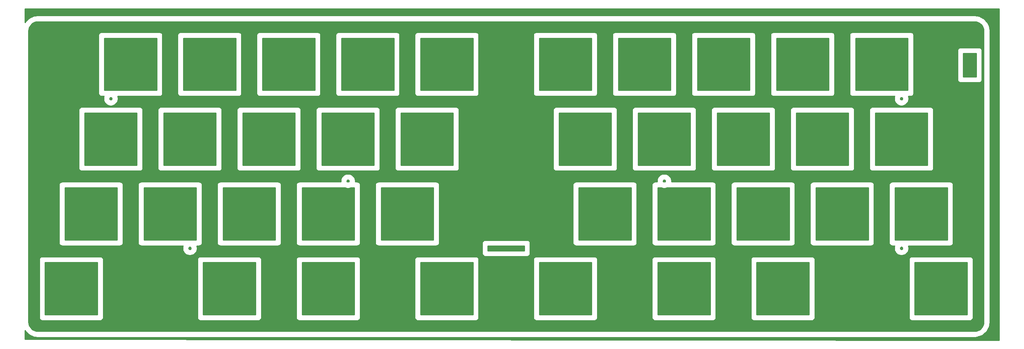
<source format=gbr>
G04 #@! TF.GenerationSoftware,KiCad,Pcbnew,5.1.6-c6e7f7d~87~ubuntu20.04.1*
G04 #@! TF.CreationDate,2021-06-15T12:00:34-07:00*
G04 #@! TF.ProjectId,ergo-Plate,6572676f-2d50-46c6-9174-652e6b696361,rev?*
G04 #@! TF.SameCoordinates,Original*
G04 #@! TF.FileFunction,Copper,L2,Bot*
G04 #@! TF.FilePolarity,Positive*
%FSLAX46Y46*%
G04 Gerber Fmt 4.6, Leading zero omitted, Abs format (unit mm)*
G04 Created by KiCad (PCBNEW 5.1.6-c6e7f7d~87~ubuntu20.04.1) date 2021-06-15 12:00:34*
%MOMM*%
%LPD*%
G01*
G04 APERTURE LIST*
G04 #@! TA.AperFunction,NonConductor*
%ADD10C,0.254000*%
G04 #@! TD*
G04 APERTURE END LIST*
D10*
G36*
X246852920Y-90581331D02*
G01*
X12106920Y-90305629D01*
X12106920Y-88190023D01*
X12137788Y-88235788D01*
X12174254Y-88291513D01*
X12180740Y-88299466D01*
X12553950Y-88750599D01*
X12601240Y-88797560D01*
X12647828Y-88845134D01*
X12655735Y-88851676D01*
X13109463Y-89221728D01*
X13164956Y-89258597D01*
X13219917Y-89296230D01*
X13228944Y-89301111D01*
X13745908Y-89575985D01*
X13807547Y-89601391D01*
X13868728Y-89627613D01*
X13878531Y-89630648D01*
X14439039Y-89799875D01*
X14504431Y-89812823D01*
X14569547Y-89826664D01*
X14579753Y-89827737D01*
X15162456Y-89884872D01*
X15162457Y-89884872D01*
X15198075Y-89888380D01*
X240890285Y-89888380D01*
X240923064Y-89885152D01*
X240941739Y-89885282D01*
X240951952Y-89884281D01*
X241534242Y-89823080D01*
X241599568Y-89809670D01*
X241664936Y-89797201D01*
X241674752Y-89794237D01*
X241674759Y-89794236D01*
X241674765Y-89794233D01*
X242234074Y-89621098D01*
X242295481Y-89595285D01*
X242357249Y-89570329D01*
X242366310Y-89565511D01*
X242881342Y-89287035D01*
X242936588Y-89249772D01*
X242992313Y-89213306D01*
X243000266Y-89206820D01*
X243451399Y-88833610D01*
X243498360Y-88786320D01*
X243545934Y-88739732D01*
X243552476Y-88731825D01*
X243922528Y-88278097D01*
X243959397Y-88222604D01*
X243997030Y-88167643D01*
X244001911Y-88158616D01*
X244276785Y-87641652D01*
X244302191Y-87580013D01*
X244328413Y-87518832D01*
X244331448Y-87509029D01*
X244500675Y-86948521D01*
X244513623Y-86883129D01*
X244527464Y-86818013D01*
X244528537Y-86807807D01*
X244585672Y-86225104D01*
X244585672Y-86225103D01*
X244589180Y-86189485D01*
X244589180Y-15917275D01*
X244585952Y-15884496D01*
X244586082Y-15865821D01*
X244585081Y-15855607D01*
X244523880Y-15273318D01*
X244510474Y-15208011D01*
X244498001Y-15142625D01*
X244495037Y-15132808D01*
X244495036Y-15132801D01*
X244495033Y-15132795D01*
X244321898Y-14573487D01*
X244296083Y-14512076D01*
X244271129Y-14450311D01*
X244266311Y-14441250D01*
X243987835Y-13926218D01*
X243950572Y-13870972D01*
X243914106Y-13815247D01*
X243907620Y-13807294D01*
X243534410Y-13356161D01*
X243487137Y-13309217D01*
X243440532Y-13261626D01*
X243432625Y-13255084D01*
X242978897Y-12885032D01*
X242923378Y-12848145D01*
X242868443Y-12810531D01*
X242859416Y-12805649D01*
X242342452Y-12530775D01*
X242280813Y-12505369D01*
X242219632Y-12479147D01*
X242209829Y-12476112D01*
X241649321Y-12306885D01*
X241583961Y-12293943D01*
X241518813Y-12280096D01*
X241508607Y-12279023D01*
X240925904Y-12221888D01*
X240925903Y-12221888D01*
X240890285Y-12218380D01*
X15198075Y-12218380D01*
X15165296Y-12221608D01*
X15146621Y-12221478D01*
X15136407Y-12222479D01*
X14554118Y-12283680D01*
X14488811Y-12297086D01*
X14423425Y-12309559D01*
X14413608Y-12312523D01*
X14413601Y-12312524D01*
X14413595Y-12312527D01*
X13854287Y-12485662D01*
X13792876Y-12511477D01*
X13731111Y-12536431D01*
X13722050Y-12541249D01*
X13207018Y-12819725D01*
X13151772Y-12856988D01*
X13096047Y-12893454D01*
X13088094Y-12899940D01*
X12636961Y-13273150D01*
X12590017Y-13320423D01*
X12542426Y-13367028D01*
X12535884Y-13374935D01*
X12165832Y-13828663D01*
X12128945Y-13884182D01*
X12106920Y-13916349D01*
X12106920Y-10559480D01*
X246852920Y-10559480D01*
X246852920Y-90581331D01*
G37*
X246852920Y-90581331D02*
X12106920Y-90305629D01*
X12106920Y-88190023D01*
X12137788Y-88235788D01*
X12174254Y-88291513D01*
X12180740Y-88299466D01*
X12553950Y-88750599D01*
X12601240Y-88797560D01*
X12647828Y-88845134D01*
X12655735Y-88851676D01*
X13109463Y-89221728D01*
X13164956Y-89258597D01*
X13219917Y-89296230D01*
X13228944Y-89301111D01*
X13745908Y-89575985D01*
X13807547Y-89601391D01*
X13868728Y-89627613D01*
X13878531Y-89630648D01*
X14439039Y-89799875D01*
X14504431Y-89812823D01*
X14569547Y-89826664D01*
X14579753Y-89827737D01*
X15162456Y-89884872D01*
X15162457Y-89884872D01*
X15198075Y-89888380D01*
X240890285Y-89888380D01*
X240923064Y-89885152D01*
X240941739Y-89885282D01*
X240951952Y-89884281D01*
X241534242Y-89823080D01*
X241599568Y-89809670D01*
X241664936Y-89797201D01*
X241674752Y-89794237D01*
X241674759Y-89794236D01*
X241674765Y-89794233D01*
X242234074Y-89621098D01*
X242295481Y-89595285D01*
X242357249Y-89570329D01*
X242366310Y-89565511D01*
X242881342Y-89287035D01*
X242936588Y-89249772D01*
X242992313Y-89213306D01*
X243000266Y-89206820D01*
X243451399Y-88833610D01*
X243498360Y-88786320D01*
X243545934Y-88739732D01*
X243552476Y-88731825D01*
X243922528Y-88278097D01*
X243959397Y-88222604D01*
X243997030Y-88167643D01*
X244001911Y-88158616D01*
X244276785Y-87641652D01*
X244302191Y-87580013D01*
X244328413Y-87518832D01*
X244331448Y-87509029D01*
X244500675Y-86948521D01*
X244513623Y-86883129D01*
X244527464Y-86818013D01*
X244528537Y-86807807D01*
X244585672Y-86225104D01*
X244585672Y-86225103D01*
X244589180Y-86189485D01*
X244589180Y-15917275D01*
X244585952Y-15884496D01*
X244586082Y-15865821D01*
X244585081Y-15855607D01*
X244523880Y-15273318D01*
X244510474Y-15208011D01*
X244498001Y-15142625D01*
X244495037Y-15132808D01*
X244495036Y-15132801D01*
X244495033Y-15132795D01*
X244321898Y-14573487D01*
X244296083Y-14512076D01*
X244271129Y-14450311D01*
X244266311Y-14441250D01*
X243987835Y-13926218D01*
X243950572Y-13870972D01*
X243914106Y-13815247D01*
X243907620Y-13807294D01*
X243534410Y-13356161D01*
X243487137Y-13309217D01*
X243440532Y-13261626D01*
X243432625Y-13255084D01*
X242978897Y-12885032D01*
X242923378Y-12848145D01*
X242868443Y-12810531D01*
X242859416Y-12805649D01*
X242342452Y-12530775D01*
X242280813Y-12505369D01*
X242219632Y-12479147D01*
X242209829Y-12476112D01*
X241649321Y-12306885D01*
X241583961Y-12293943D01*
X241518813Y-12280096D01*
X241508607Y-12279023D01*
X240925904Y-12221888D01*
X240925903Y-12221888D01*
X240890285Y-12218380D01*
X15198075Y-12218380D01*
X15165296Y-12221608D01*
X15146621Y-12221478D01*
X15136407Y-12222479D01*
X14554118Y-12283680D01*
X14488811Y-12297086D01*
X14423425Y-12309559D01*
X14413608Y-12312523D01*
X14413601Y-12312524D01*
X14413595Y-12312527D01*
X13854287Y-12485662D01*
X13792876Y-12511477D01*
X13731111Y-12536431D01*
X13722050Y-12541249D01*
X13207018Y-12819725D01*
X13151772Y-12856988D01*
X13096047Y-12893454D01*
X13088094Y-12899940D01*
X12636961Y-13273150D01*
X12590017Y-13320423D01*
X12542426Y-13367028D01*
X12535884Y-13374935D01*
X12165832Y-13828663D01*
X12128945Y-13884182D01*
X12106920Y-13916349D01*
X12106920Y-10559480D01*
X246852920Y-10559480D01*
X246852920Y-90581331D01*
G36*
X241293435Y-13734974D02*
G01*
X241715961Y-13862542D01*
X242105662Y-14069749D01*
X242447693Y-14348704D01*
X242729029Y-14688779D01*
X242938951Y-15077024D01*
X243069465Y-15498645D01*
X243119181Y-15971663D01*
X243119180Y-86117433D01*
X243072586Y-86592635D01*
X242945018Y-87015161D01*
X242737811Y-87404862D01*
X242458856Y-87746893D01*
X242118781Y-88028229D01*
X241730536Y-88238151D01*
X241308917Y-88368665D01*
X240835906Y-88418380D01*
X15270127Y-88418380D01*
X14794925Y-88371786D01*
X14372399Y-88244218D01*
X13982698Y-88037011D01*
X13640667Y-87758056D01*
X13359331Y-87417981D01*
X13149409Y-87029736D01*
X13018895Y-86608117D01*
X12969180Y-86135106D01*
X12969180Y-71125320D01*
X15547885Y-71125320D01*
X15551320Y-71160197D01*
X15551321Y-85090433D01*
X15547885Y-85125320D01*
X15561593Y-85264504D01*
X15602192Y-85398340D01*
X15668120Y-85521683D01*
X15756845Y-85629795D01*
X15864957Y-85718520D01*
X15988300Y-85784448D01*
X16122136Y-85825047D01*
X16226443Y-85835320D01*
X16261320Y-85838755D01*
X16296197Y-85835320D01*
X30226443Y-85835320D01*
X30261320Y-85838755D01*
X30296197Y-85835320D01*
X30400504Y-85825047D01*
X30534340Y-85784448D01*
X30657683Y-85718520D01*
X30765795Y-85629795D01*
X30854520Y-85521683D01*
X30920448Y-85398340D01*
X30961047Y-85264504D01*
X30974755Y-85125320D01*
X30971320Y-85090443D01*
X30971320Y-71160197D01*
X30974755Y-71125320D01*
X53647925Y-71125320D01*
X53651360Y-71160197D01*
X53651361Y-85090433D01*
X53647925Y-85125320D01*
X53661633Y-85264504D01*
X53702232Y-85398340D01*
X53768160Y-85521683D01*
X53856885Y-85629795D01*
X53964997Y-85718520D01*
X54088340Y-85784448D01*
X54222176Y-85825047D01*
X54326483Y-85835320D01*
X54361360Y-85838755D01*
X54396237Y-85835320D01*
X68326483Y-85835320D01*
X68361360Y-85838755D01*
X68396237Y-85835320D01*
X68500544Y-85825047D01*
X68634380Y-85784448D01*
X68757723Y-85718520D01*
X68865835Y-85629795D01*
X68954560Y-85521683D01*
X69020488Y-85398340D01*
X69061087Y-85264504D01*
X69074795Y-85125320D01*
X69071360Y-85090443D01*
X69071360Y-71160197D01*
X69074795Y-71125320D01*
X77460425Y-71125320D01*
X77463860Y-71160197D01*
X77463861Y-85090433D01*
X77460425Y-85125320D01*
X77474133Y-85264504D01*
X77514732Y-85398340D01*
X77580660Y-85521683D01*
X77669385Y-85629795D01*
X77777497Y-85718520D01*
X77900840Y-85784448D01*
X78034676Y-85825047D01*
X78138983Y-85835320D01*
X78173860Y-85838755D01*
X78208737Y-85835320D01*
X92138983Y-85835320D01*
X92173860Y-85838755D01*
X92208737Y-85835320D01*
X92313044Y-85825047D01*
X92446880Y-85784448D01*
X92570223Y-85718520D01*
X92678335Y-85629795D01*
X92767060Y-85521683D01*
X92832988Y-85398340D01*
X92873587Y-85264504D01*
X92887295Y-85125320D01*
X92883860Y-85090443D01*
X92883860Y-71160197D01*
X92887295Y-71125320D01*
X106035425Y-71125320D01*
X106038860Y-71160197D01*
X106038861Y-85090433D01*
X106035425Y-85125320D01*
X106049133Y-85264504D01*
X106089732Y-85398340D01*
X106155660Y-85521683D01*
X106244385Y-85629795D01*
X106352497Y-85718520D01*
X106475840Y-85784448D01*
X106609676Y-85825047D01*
X106713983Y-85835320D01*
X106748860Y-85838755D01*
X106783737Y-85835320D01*
X120713983Y-85835320D01*
X120748860Y-85838755D01*
X120783737Y-85835320D01*
X120888044Y-85825047D01*
X121021880Y-85784448D01*
X121145223Y-85718520D01*
X121253335Y-85629795D01*
X121342060Y-85521683D01*
X121407988Y-85398340D01*
X121448587Y-85264504D01*
X121462295Y-85125320D01*
X121458860Y-85090443D01*
X121458860Y-71160197D01*
X121462295Y-71125320D01*
X134610425Y-71125320D01*
X134613860Y-71160197D01*
X134613861Y-85090433D01*
X134610425Y-85125320D01*
X134624133Y-85264504D01*
X134664732Y-85398340D01*
X134730660Y-85521683D01*
X134819385Y-85629795D01*
X134927497Y-85718520D01*
X135050840Y-85784448D01*
X135184676Y-85825047D01*
X135288983Y-85835320D01*
X135323860Y-85838755D01*
X135358737Y-85835320D01*
X149288983Y-85835320D01*
X149323860Y-85838755D01*
X149358737Y-85835320D01*
X149463044Y-85825047D01*
X149596880Y-85784448D01*
X149720223Y-85718520D01*
X149828335Y-85629795D01*
X149917060Y-85521683D01*
X149982988Y-85398340D01*
X150023587Y-85264504D01*
X150037295Y-85125320D01*
X150033860Y-85090443D01*
X150033860Y-71160197D01*
X150037295Y-71125320D01*
X163185385Y-71125320D01*
X163188820Y-71160197D01*
X163188821Y-85090433D01*
X163185385Y-85125320D01*
X163199093Y-85264504D01*
X163239692Y-85398340D01*
X163305620Y-85521683D01*
X163394345Y-85629795D01*
X163502457Y-85718520D01*
X163625800Y-85784448D01*
X163759636Y-85825047D01*
X163863943Y-85835320D01*
X163898820Y-85838755D01*
X163933697Y-85835320D01*
X177863943Y-85835320D01*
X177898820Y-85838755D01*
X177933697Y-85835320D01*
X178038004Y-85825047D01*
X178171840Y-85784448D01*
X178295183Y-85718520D01*
X178403295Y-85629795D01*
X178492020Y-85521683D01*
X178557948Y-85398340D01*
X178598547Y-85264504D01*
X178612255Y-85125320D01*
X178608820Y-85090443D01*
X178608820Y-71160197D01*
X178612255Y-71125320D01*
X186997885Y-71125320D01*
X187001320Y-71160197D01*
X187001321Y-85090433D01*
X186997885Y-85125320D01*
X187011593Y-85264504D01*
X187052192Y-85398340D01*
X187118120Y-85521683D01*
X187206845Y-85629795D01*
X187314957Y-85718520D01*
X187438300Y-85784448D01*
X187572136Y-85825047D01*
X187676443Y-85835320D01*
X187711320Y-85838755D01*
X187746197Y-85835320D01*
X201676443Y-85835320D01*
X201711320Y-85838755D01*
X201746197Y-85835320D01*
X201850504Y-85825047D01*
X201984340Y-85784448D01*
X202107683Y-85718520D01*
X202215795Y-85629795D01*
X202304520Y-85521683D01*
X202370448Y-85398340D01*
X202411047Y-85264504D01*
X202424755Y-85125320D01*
X202421320Y-85090443D01*
X202421320Y-71160197D01*
X202424755Y-71125320D01*
X225097885Y-71125320D01*
X225101320Y-71160197D01*
X225101321Y-85090433D01*
X225097885Y-85125320D01*
X225111593Y-85264504D01*
X225152192Y-85398340D01*
X225218120Y-85521683D01*
X225306845Y-85629795D01*
X225414957Y-85718520D01*
X225538300Y-85784448D01*
X225672136Y-85825047D01*
X225776443Y-85835320D01*
X225811320Y-85838755D01*
X225846197Y-85835320D01*
X239776443Y-85835320D01*
X239811320Y-85838755D01*
X239846197Y-85835320D01*
X239950504Y-85825047D01*
X240084340Y-85784448D01*
X240207683Y-85718520D01*
X240315795Y-85629795D01*
X240404520Y-85521683D01*
X240470448Y-85398340D01*
X240511047Y-85264504D01*
X240524755Y-85125320D01*
X240521320Y-85090443D01*
X240521320Y-71160197D01*
X240524755Y-71125320D01*
X240511047Y-70986136D01*
X240470448Y-70852300D01*
X240404520Y-70728957D01*
X240315795Y-70620845D01*
X240207683Y-70532120D01*
X240084340Y-70466192D01*
X239950504Y-70425593D01*
X239846197Y-70415320D01*
X239811320Y-70411885D01*
X239776443Y-70415320D01*
X225846197Y-70415320D01*
X225811320Y-70411885D01*
X225776443Y-70415320D01*
X225672136Y-70425593D01*
X225538300Y-70466192D01*
X225414957Y-70532120D01*
X225306845Y-70620845D01*
X225218120Y-70728957D01*
X225152192Y-70852300D01*
X225111593Y-70986136D01*
X225097885Y-71125320D01*
X202424755Y-71125320D01*
X202411047Y-70986136D01*
X202370448Y-70852300D01*
X202304520Y-70728957D01*
X202215795Y-70620845D01*
X202107683Y-70532120D01*
X201984340Y-70466192D01*
X201850504Y-70425593D01*
X201746197Y-70415320D01*
X201711320Y-70411885D01*
X201676443Y-70415320D01*
X187746197Y-70415320D01*
X187711320Y-70411885D01*
X187676443Y-70415320D01*
X187572136Y-70425593D01*
X187438300Y-70466192D01*
X187314957Y-70532120D01*
X187206845Y-70620845D01*
X187118120Y-70728957D01*
X187052192Y-70852300D01*
X187011593Y-70986136D01*
X186997885Y-71125320D01*
X178612255Y-71125320D01*
X178598547Y-70986136D01*
X178557948Y-70852300D01*
X178492020Y-70728957D01*
X178403295Y-70620845D01*
X178295183Y-70532120D01*
X178171840Y-70466192D01*
X178038004Y-70425593D01*
X177933697Y-70415320D01*
X177898820Y-70411885D01*
X177863943Y-70415320D01*
X163933697Y-70415320D01*
X163898820Y-70411885D01*
X163863943Y-70415320D01*
X163759636Y-70425593D01*
X163625800Y-70466192D01*
X163502457Y-70532120D01*
X163394345Y-70620845D01*
X163305620Y-70728957D01*
X163239692Y-70852300D01*
X163199093Y-70986136D01*
X163185385Y-71125320D01*
X150037295Y-71125320D01*
X150023587Y-70986136D01*
X149982988Y-70852300D01*
X149917060Y-70728957D01*
X149828335Y-70620845D01*
X149720223Y-70532120D01*
X149596880Y-70466192D01*
X149463044Y-70425593D01*
X149358737Y-70415320D01*
X149323860Y-70411885D01*
X149288983Y-70415320D01*
X135358737Y-70415320D01*
X135323860Y-70411885D01*
X135288983Y-70415320D01*
X135184676Y-70425593D01*
X135050840Y-70466192D01*
X134927497Y-70532120D01*
X134819385Y-70620845D01*
X134730660Y-70728957D01*
X134664732Y-70852300D01*
X134624133Y-70986136D01*
X134610425Y-71125320D01*
X121462295Y-71125320D01*
X121448587Y-70986136D01*
X121407988Y-70852300D01*
X121342060Y-70728957D01*
X121253335Y-70620845D01*
X121145223Y-70532120D01*
X121021880Y-70466192D01*
X120888044Y-70425593D01*
X120783737Y-70415320D01*
X120748860Y-70411885D01*
X120713983Y-70415320D01*
X106783737Y-70415320D01*
X106748860Y-70411885D01*
X106713983Y-70415320D01*
X106609676Y-70425593D01*
X106475840Y-70466192D01*
X106352497Y-70532120D01*
X106244385Y-70620845D01*
X106155660Y-70728957D01*
X106089732Y-70852300D01*
X106049133Y-70986136D01*
X106035425Y-71125320D01*
X92887295Y-71125320D01*
X92873587Y-70986136D01*
X92832988Y-70852300D01*
X92767060Y-70728957D01*
X92678335Y-70620845D01*
X92570223Y-70532120D01*
X92446880Y-70466192D01*
X92313044Y-70425593D01*
X92208737Y-70415320D01*
X92173860Y-70411885D01*
X92138983Y-70415320D01*
X78208737Y-70415320D01*
X78173860Y-70411885D01*
X78138983Y-70415320D01*
X78034676Y-70425593D01*
X77900840Y-70466192D01*
X77777497Y-70532120D01*
X77669385Y-70620845D01*
X77580660Y-70728957D01*
X77514732Y-70852300D01*
X77474133Y-70986136D01*
X77460425Y-71125320D01*
X69074795Y-71125320D01*
X69061087Y-70986136D01*
X69020488Y-70852300D01*
X68954560Y-70728957D01*
X68865835Y-70620845D01*
X68757723Y-70532120D01*
X68634380Y-70466192D01*
X68500544Y-70425593D01*
X68396237Y-70415320D01*
X68361360Y-70411885D01*
X68326483Y-70415320D01*
X54396237Y-70415320D01*
X54361360Y-70411885D01*
X54326483Y-70415320D01*
X54222176Y-70425593D01*
X54088340Y-70466192D01*
X53964997Y-70532120D01*
X53856885Y-70620845D01*
X53768160Y-70728957D01*
X53702232Y-70852300D01*
X53661633Y-70986136D01*
X53647925Y-71125320D01*
X30974755Y-71125320D01*
X30961047Y-70986136D01*
X30920448Y-70852300D01*
X30854520Y-70728957D01*
X30765795Y-70620845D01*
X30657683Y-70532120D01*
X30534340Y-70466192D01*
X30400504Y-70425593D01*
X30296197Y-70415320D01*
X30261320Y-70411885D01*
X30226443Y-70415320D01*
X16296197Y-70415320D01*
X16261320Y-70411885D01*
X16226443Y-70415320D01*
X16122136Y-70425593D01*
X15988300Y-70466192D01*
X15864957Y-70532120D01*
X15756845Y-70620845D01*
X15668120Y-70728957D01*
X15602192Y-70852300D01*
X15561593Y-70986136D01*
X15547885Y-71125320D01*
X12969180Y-71125320D01*
X12969180Y-53075320D01*
X20310385Y-53075320D01*
X20313820Y-53110197D01*
X20313821Y-67040433D01*
X20310385Y-67075320D01*
X20324093Y-67214504D01*
X20364692Y-67348340D01*
X20430620Y-67471683D01*
X20519345Y-67579795D01*
X20627457Y-67668520D01*
X20750800Y-67734448D01*
X20884636Y-67775047D01*
X20988943Y-67785320D01*
X21023820Y-67788755D01*
X21058697Y-67785320D01*
X34988943Y-67785320D01*
X35023820Y-67788755D01*
X35058697Y-67785320D01*
X35163004Y-67775047D01*
X35296840Y-67734448D01*
X35420183Y-67668520D01*
X35528295Y-67579795D01*
X35617020Y-67471683D01*
X35682948Y-67348340D01*
X35723547Y-67214504D01*
X35737255Y-67075320D01*
X35733820Y-67040443D01*
X35733820Y-53110197D01*
X35737255Y-53075320D01*
X39360385Y-53075320D01*
X39363820Y-53110197D01*
X39363821Y-67040433D01*
X39360385Y-67075320D01*
X39374093Y-67214504D01*
X39414692Y-67348340D01*
X39480620Y-67471683D01*
X39569345Y-67579795D01*
X39677457Y-67668520D01*
X39800800Y-67734448D01*
X39934636Y-67775047D01*
X40038943Y-67785320D01*
X40073820Y-67788755D01*
X40108697Y-67785320D01*
X50199382Y-67785320D01*
X50164750Y-67868930D01*
X50097631Y-68206360D01*
X50097631Y-68550400D01*
X50164750Y-68887830D01*
X50296408Y-69205681D01*
X50487547Y-69491740D01*
X50730820Y-69735013D01*
X51016879Y-69926152D01*
X51334730Y-70057810D01*
X51672160Y-70124929D01*
X52016200Y-70124929D01*
X52353630Y-70057810D01*
X52671481Y-69926152D01*
X52957540Y-69735013D01*
X53200813Y-69491740D01*
X53391952Y-69205681D01*
X53523610Y-68887830D01*
X53590729Y-68550400D01*
X53590729Y-68206360D01*
X53523610Y-67868930D01*
X53488978Y-67785320D01*
X54038943Y-67785320D01*
X54073820Y-67788755D01*
X54108697Y-67785320D01*
X54213004Y-67775047D01*
X54346840Y-67734448D01*
X54470183Y-67668520D01*
X54578295Y-67579795D01*
X54667020Y-67471683D01*
X54732948Y-67348340D01*
X54773547Y-67214504D01*
X54787255Y-67075320D01*
X54783820Y-67040443D01*
X54783820Y-53110197D01*
X54787255Y-53075320D01*
X58410385Y-53075320D01*
X58413820Y-53110197D01*
X58413821Y-67040433D01*
X58410385Y-67075320D01*
X58424093Y-67214504D01*
X58464692Y-67348340D01*
X58530620Y-67471683D01*
X58619345Y-67579795D01*
X58727457Y-67668520D01*
X58850800Y-67734448D01*
X58984636Y-67775047D01*
X59088943Y-67785320D01*
X59123820Y-67788755D01*
X59158697Y-67785320D01*
X73088943Y-67785320D01*
X73123820Y-67788755D01*
X73158697Y-67785320D01*
X73263004Y-67775047D01*
X73396840Y-67734448D01*
X73520183Y-67668520D01*
X73628295Y-67579795D01*
X73717020Y-67471683D01*
X73782948Y-67348340D01*
X73823547Y-67214504D01*
X73837255Y-67075320D01*
X73833820Y-67040443D01*
X73833820Y-53110197D01*
X73837255Y-53075320D01*
X77460385Y-53075320D01*
X77463820Y-53110197D01*
X77463821Y-67040433D01*
X77460385Y-67075320D01*
X77474093Y-67214504D01*
X77514692Y-67348340D01*
X77580620Y-67471683D01*
X77669345Y-67579795D01*
X77777457Y-67668520D01*
X77900800Y-67734448D01*
X78034636Y-67775047D01*
X78138943Y-67785320D01*
X78173820Y-67788755D01*
X78208697Y-67785320D01*
X92138943Y-67785320D01*
X92173820Y-67788755D01*
X92208697Y-67785320D01*
X92313004Y-67775047D01*
X92446840Y-67734448D01*
X92570183Y-67668520D01*
X92678295Y-67579795D01*
X92767020Y-67471683D01*
X92832948Y-67348340D01*
X92873547Y-67214504D01*
X92887255Y-67075320D01*
X92883820Y-67040443D01*
X92883820Y-53110197D01*
X92887255Y-53075320D01*
X96510385Y-53075320D01*
X96513820Y-53110197D01*
X96513821Y-67040433D01*
X96510385Y-67075320D01*
X96524093Y-67214504D01*
X96564692Y-67348340D01*
X96630620Y-67471683D01*
X96719345Y-67579795D01*
X96827457Y-67668520D01*
X96950800Y-67734448D01*
X97084636Y-67775047D01*
X97188943Y-67785320D01*
X97223820Y-67788755D01*
X97258697Y-67785320D01*
X111188943Y-67785320D01*
X111223820Y-67788755D01*
X111258697Y-67785320D01*
X111363004Y-67775047D01*
X111496840Y-67734448D01*
X111620183Y-67668520D01*
X111728295Y-67579795D01*
X111817020Y-67471683D01*
X111882948Y-67348340D01*
X111923547Y-67214504D01*
X111930652Y-67142360D01*
X122288326Y-67142360D01*
X122291640Y-67176007D01*
X122291641Y-69623303D01*
X122288326Y-69656960D01*
X122301552Y-69791243D01*
X122340721Y-69920366D01*
X122404328Y-70039367D01*
X122489929Y-70143671D01*
X122594233Y-70229272D01*
X122713234Y-70292879D01*
X122842357Y-70332048D01*
X122942993Y-70341960D01*
X122976640Y-70345274D01*
X123010287Y-70341960D01*
X133077593Y-70341960D01*
X133111240Y-70345274D01*
X133144887Y-70341960D01*
X133245523Y-70332048D01*
X133374646Y-70292879D01*
X133493647Y-70229272D01*
X133597951Y-70143671D01*
X133683552Y-70039367D01*
X133747159Y-69920366D01*
X133786328Y-69791243D01*
X133799554Y-69656960D01*
X133796240Y-69623313D01*
X133796240Y-67176007D01*
X133799554Y-67142360D01*
X133786328Y-67008077D01*
X133747159Y-66878954D01*
X133683552Y-66759953D01*
X133597951Y-66655649D01*
X133493647Y-66570048D01*
X133374646Y-66506441D01*
X133245523Y-66467272D01*
X133144887Y-66457360D01*
X133111240Y-66454046D01*
X133077593Y-66457360D01*
X123010287Y-66457360D01*
X122976640Y-66454046D01*
X122942993Y-66457360D01*
X122842357Y-66467272D01*
X122713234Y-66506441D01*
X122594233Y-66570048D01*
X122489929Y-66655649D01*
X122404328Y-66759953D01*
X122340721Y-66878954D01*
X122301552Y-67008077D01*
X122288326Y-67142360D01*
X111930652Y-67142360D01*
X111937255Y-67075320D01*
X111933820Y-67040443D01*
X111933820Y-53110197D01*
X111937255Y-53075320D01*
X144135385Y-53075320D01*
X144138820Y-53110197D01*
X144138821Y-67040433D01*
X144135385Y-67075320D01*
X144149093Y-67214504D01*
X144189692Y-67348340D01*
X144255620Y-67471683D01*
X144344345Y-67579795D01*
X144452457Y-67668520D01*
X144575800Y-67734448D01*
X144709636Y-67775047D01*
X144813943Y-67785320D01*
X144848820Y-67788755D01*
X144883697Y-67785320D01*
X158813943Y-67785320D01*
X158848820Y-67788755D01*
X158883697Y-67785320D01*
X158988004Y-67775047D01*
X159121840Y-67734448D01*
X159245183Y-67668520D01*
X159353295Y-67579795D01*
X159442020Y-67471683D01*
X159507948Y-67348340D01*
X159548547Y-67214504D01*
X159562255Y-67075320D01*
X159558820Y-67040443D01*
X159558820Y-53110197D01*
X159562255Y-53075320D01*
X163185385Y-53075320D01*
X163188820Y-53110197D01*
X163188821Y-67040433D01*
X163185385Y-67075320D01*
X163199093Y-67214504D01*
X163239692Y-67348340D01*
X163305620Y-67471683D01*
X163394345Y-67579795D01*
X163502457Y-67668520D01*
X163625800Y-67734448D01*
X163759636Y-67775047D01*
X163863943Y-67785320D01*
X163898820Y-67788755D01*
X163933697Y-67785320D01*
X177863943Y-67785320D01*
X177898820Y-67788755D01*
X177933697Y-67785320D01*
X178038004Y-67775047D01*
X178171840Y-67734448D01*
X178295183Y-67668520D01*
X178403295Y-67579795D01*
X178492020Y-67471683D01*
X178557948Y-67348340D01*
X178598547Y-67214504D01*
X178612255Y-67075320D01*
X178608820Y-67040443D01*
X178608820Y-53110197D01*
X178612255Y-53075320D01*
X182235385Y-53075320D01*
X182238820Y-53110197D01*
X182238821Y-67040433D01*
X182235385Y-67075320D01*
X182249093Y-67214504D01*
X182289692Y-67348340D01*
X182355620Y-67471683D01*
X182444345Y-67579795D01*
X182552457Y-67668520D01*
X182675800Y-67734448D01*
X182809636Y-67775047D01*
X182913943Y-67785320D01*
X182948820Y-67788755D01*
X182983697Y-67785320D01*
X196913943Y-67785320D01*
X196948820Y-67788755D01*
X196983697Y-67785320D01*
X197088004Y-67775047D01*
X197221840Y-67734448D01*
X197345183Y-67668520D01*
X197453295Y-67579795D01*
X197542020Y-67471683D01*
X197607948Y-67348340D01*
X197648547Y-67214504D01*
X197662255Y-67075320D01*
X197658820Y-67040443D01*
X197658820Y-53110197D01*
X197662255Y-53075320D01*
X201285385Y-53075320D01*
X201288820Y-53110197D01*
X201288821Y-67040433D01*
X201285385Y-67075320D01*
X201299093Y-67214504D01*
X201339692Y-67348340D01*
X201405620Y-67471683D01*
X201494345Y-67579795D01*
X201602457Y-67668520D01*
X201725800Y-67734448D01*
X201859636Y-67775047D01*
X201963943Y-67785320D01*
X201998820Y-67788755D01*
X202033697Y-67785320D01*
X215963943Y-67785320D01*
X215998820Y-67788755D01*
X216033697Y-67785320D01*
X216138004Y-67775047D01*
X216271840Y-67734448D01*
X216395183Y-67668520D01*
X216503295Y-67579795D01*
X216592020Y-67471683D01*
X216657948Y-67348340D01*
X216698547Y-67214504D01*
X216712255Y-67075320D01*
X216708820Y-67040443D01*
X216708820Y-53110197D01*
X216712255Y-53075320D01*
X220335385Y-53075320D01*
X220338820Y-53110197D01*
X220338821Y-67040433D01*
X220335385Y-67075320D01*
X220349093Y-67214504D01*
X220389692Y-67348340D01*
X220455620Y-67471683D01*
X220544345Y-67579795D01*
X220652457Y-67668520D01*
X220775800Y-67734448D01*
X220909636Y-67775047D01*
X221013943Y-67785320D01*
X221048820Y-67788755D01*
X221083697Y-67785320D01*
X221649382Y-67785320D01*
X221614750Y-67868930D01*
X221547631Y-68206360D01*
X221547631Y-68550400D01*
X221614750Y-68887830D01*
X221746408Y-69205681D01*
X221937547Y-69491740D01*
X222180820Y-69735013D01*
X222466879Y-69926152D01*
X222784730Y-70057810D01*
X223122160Y-70124929D01*
X223466200Y-70124929D01*
X223803630Y-70057810D01*
X224121481Y-69926152D01*
X224407540Y-69735013D01*
X224650813Y-69491740D01*
X224841952Y-69205681D01*
X224973610Y-68887830D01*
X225040729Y-68550400D01*
X225040729Y-68206360D01*
X224973610Y-67868930D01*
X224938978Y-67785320D01*
X235013943Y-67785320D01*
X235048820Y-67788755D01*
X235083697Y-67785320D01*
X235188004Y-67775047D01*
X235321840Y-67734448D01*
X235445183Y-67668520D01*
X235553295Y-67579795D01*
X235642020Y-67471683D01*
X235707948Y-67348340D01*
X235748547Y-67214504D01*
X235762255Y-67075320D01*
X235758820Y-67040443D01*
X235758820Y-53110197D01*
X235762255Y-53075320D01*
X235748547Y-52936136D01*
X235707948Y-52802300D01*
X235642020Y-52678957D01*
X235553295Y-52570845D01*
X235445183Y-52482120D01*
X235321840Y-52416192D01*
X235188004Y-52375593D01*
X235083697Y-52365320D01*
X235048820Y-52361885D01*
X235013943Y-52365320D01*
X221083697Y-52365320D01*
X221048820Y-52361885D01*
X221013943Y-52365320D01*
X220909636Y-52375593D01*
X220775800Y-52416192D01*
X220652457Y-52482120D01*
X220544345Y-52570845D01*
X220455620Y-52678957D01*
X220389692Y-52802300D01*
X220349093Y-52936136D01*
X220335385Y-53075320D01*
X216712255Y-53075320D01*
X216698547Y-52936136D01*
X216657948Y-52802300D01*
X216592020Y-52678957D01*
X216503295Y-52570845D01*
X216395183Y-52482120D01*
X216271840Y-52416192D01*
X216138004Y-52375593D01*
X216033697Y-52365320D01*
X215998820Y-52361885D01*
X215963943Y-52365320D01*
X202033697Y-52365320D01*
X201998820Y-52361885D01*
X201963943Y-52365320D01*
X201859636Y-52375593D01*
X201725800Y-52416192D01*
X201602457Y-52482120D01*
X201494345Y-52570845D01*
X201405620Y-52678957D01*
X201339692Y-52802300D01*
X201299093Y-52936136D01*
X201285385Y-53075320D01*
X197662255Y-53075320D01*
X197648547Y-52936136D01*
X197607948Y-52802300D01*
X197542020Y-52678957D01*
X197453295Y-52570845D01*
X197345183Y-52482120D01*
X197221840Y-52416192D01*
X197088004Y-52375593D01*
X196983697Y-52365320D01*
X196948820Y-52361885D01*
X196913943Y-52365320D01*
X182983697Y-52365320D01*
X182948820Y-52361885D01*
X182913943Y-52365320D01*
X182809636Y-52375593D01*
X182675800Y-52416192D01*
X182552457Y-52482120D01*
X182444345Y-52570845D01*
X182355620Y-52678957D01*
X182289692Y-52802300D01*
X182249093Y-52936136D01*
X182235385Y-53075320D01*
X178612255Y-53075320D01*
X178598547Y-52936136D01*
X178557948Y-52802300D01*
X178492020Y-52678957D01*
X178403295Y-52570845D01*
X178295183Y-52482120D01*
X178171840Y-52416192D01*
X178038004Y-52375593D01*
X177933697Y-52365320D01*
X177898820Y-52361885D01*
X177863943Y-52365320D01*
X167887761Y-52365320D01*
X167890729Y-52350400D01*
X167890729Y-52006360D01*
X167823610Y-51668930D01*
X167691952Y-51351079D01*
X167500813Y-51065020D01*
X167257540Y-50821747D01*
X166971481Y-50630608D01*
X166653630Y-50498950D01*
X166316200Y-50431831D01*
X165972160Y-50431831D01*
X165634730Y-50498950D01*
X165316879Y-50630608D01*
X165030820Y-50821747D01*
X164787547Y-51065020D01*
X164596408Y-51351079D01*
X164464750Y-51668930D01*
X164397631Y-52006360D01*
X164397631Y-52350400D01*
X164400599Y-52365320D01*
X163933697Y-52365320D01*
X163898820Y-52361885D01*
X163863943Y-52365320D01*
X163759636Y-52375593D01*
X163625800Y-52416192D01*
X163502457Y-52482120D01*
X163394345Y-52570845D01*
X163305620Y-52678957D01*
X163239692Y-52802300D01*
X163199093Y-52936136D01*
X163185385Y-53075320D01*
X159562255Y-53075320D01*
X159548547Y-52936136D01*
X159507948Y-52802300D01*
X159442020Y-52678957D01*
X159353295Y-52570845D01*
X159245183Y-52482120D01*
X159121840Y-52416192D01*
X158988004Y-52375593D01*
X158883697Y-52365320D01*
X158848820Y-52361885D01*
X158813943Y-52365320D01*
X144883697Y-52365320D01*
X144848820Y-52361885D01*
X144813943Y-52365320D01*
X144709636Y-52375593D01*
X144575800Y-52416192D01*
X144452457Y-52482120D01*
X144344345Y-52570845D01*
X144255620Y-52678957D01*
X144189692Y-52802300D01*
X144149093Y-52936136D01*
X144135385Y-53075320D01*
X111937255Y-53075320D01*
X111923547Y-52936136D01*
X111882948Y-52802300D01*
X111817020Y-52678957D01*
X111728295Y-52570845D01*
X111620183Y-52482120D01*
X111496840Y-52416192D01*
X111363004Y-52375593D01*
X111258697Y-52365320D01*
X111223820Y-52361885D01*
X111188943Y-52365320D01*
X97258697Y-52365320D01*
X97223820Y-52361885D01*
X97188943Y-52365320D01*
X97084636Y-52375593D01*
X96950800Y-52416192D01*
X96827457Y-52482120D01*
X96719345Y-52570845D01*
X96630620Y-52678957D01*
X96564692Y-52802300D01*
X96524093Y-52936136D01*
X96510385Y-53075320D01*
X92887255Y-53075320D01*
X92873547Y-52936136D01*
X92832948Y-52802300D01*
X92767020Y-52678957D01*
X92678295Y-52570845D01*
X92570183Y-52482120D01*
X92446840Y-52416192D01*
X92313004Y-52375593D01*
X92208697Y-52365320D01*
X92173820Y-52361885D01*
X92138943Y-52365320D01*
X91687761Y-52365320D01*
X91690729Y-52350400D01*
X91690729Y-52006360D01*
X91623610Y-51668930D01*
X91491952Y-51351079D01*
X91300813Y-51065020D01*
X91057540Y-50821747D01*
X90771481Y-50630608D01*
X90453630Y-50498950D01*
X90116200Y-50431831D01*
X89772160Y-50431831D01*
X89434730Y-50498950D01*
X89116879Y-50630608D01*
X88830820Y-50821747D01*
X88587547Y-51065020D01*
X88396408Y-51351079D01*
X88264750Y-51668930D01*
X88197631Y-52006360D01*
X88197631Y-52350400D01*
X88200599Y-52365320D01*
X78208697Y-52365320D01*
X78173820Y-52361885D01*
X78138943Y-52365320D01*
X78034636Y-52375593D01*
X77900800Y-52416192D01*
X77777457Y-52482120D01*
X77669345Y-52570845D01*
X77580620Y-52678957D01*
X77514692Y-52802300D01*
X77474093Y-52936136D01*
X77460385Y-53075320D01*
X73837255Y-53075320D01*
X73823547Y-52936136D01*
X73782948Y-52802300D01*
X73717020Y-52678957D01*
X73628295Y-52570845D01*
X73520183Y-52482120D01*
X73396840Y-52416192D01*
X73263004Y-52375593D01*
X73158697Y-52365320D01*
X73123820Y-52361885D01*
X73088943Y-52365320D01*
X59158697Y-52365320D01*
X59123820Y-52361885D01*
X59088943Y-52365320D01*
X58984636Y-52375593D01*
X58850800Y-52416192D01*
X58727457Y-52482120D01*
X58619345Y-52570845D01*
X58530620Y-52678957D01*
X58464692Y-52802300D01*
X58424093Y-52936136D01*
X58410385Y-53075320D01*
X54787255Y-53075320D01*
X54773547Y-52936136D01*
X54732948Y-52802300D01*
X54667020Y-52678957D01*
X54578295Y-52570845D01*
X54470183Y-52482120D01*
X54346840Y-52416192D01*
X54213004Y-52375593D01*
X54108697Y-52365320D01*
X54073820Y-52361885D01*
X54038943Y-52365320D01*
X40108697Y-52365320D01*
X40073820Y-52361885D01*
X40038943Y-52365320D01*
X39934636Y-52375593D01*
X39800800Y-52416192D01*
X39677457Y-52482120D01*
X39569345Y-52570845D01*
X39480620Y-52678957D01*
X39414692Y-52802300D01*
X39374093Y-52936136D01*
X39360385Y-53075320D01*
X35737255Y-53075320D01*
X35723547Y-52936136D01*
X35682948Y-52802300D01*
X35617020Y-52678957D01*
X35528295Y-52570845D01*
X35420183Y-52482120D01*
X35296840Y-52416192D01*
X35163004Y-52375593D01*
X35058697Y-52365320D01*
X35023820Y-52361885D01*
X34988943Y-52365320D01*
X21058697Y-52365320D01*
X21023820Y-52361885D01*
X20988943Y-52365320D01*
X20884636Y-52375593D01*
X20750800Y-52416192D01*
X20627457Y-52482120D01*
X20519345Y-52570845D01*
X20430620Y-52678957D01*
X20364692Y-52802300D01*
X20324093Y-52936136D01*
X20310385Y-53075320D01*
X12969180Y-53075320D01*
X12969180Y-35025320D01*
X25072885Y-35025320D01*
X25076320Y-35060197D01*
X25076321Y-48990433D01*
X25072885Y-49025320D01*
X25086593Y-49164504D01*
X25127192Y-49298340D01*
X25193120Y-49421683D01*
X25281845Y-49529795D01*
X25389957Y-49618520D01*
X25513300Y-49684448D01*
X25647136Y-49725047D01*
X25751443Y-49735320D01*
X25786320Y-49738755D01*
X25821197Y-49735320D01*
X39751443Y-49735320D01*
X39786320Y-49738755D01*
X39821197Y-49735320D01*
X39925504Y-49725047D01*
X40059340Y-49684448D01*
X40182683Y-49618520D01*
X40290795Y-49529795D01*
X40379520Y-49421683D01*
X40445448Y-49298340D01*
X40486047Y-49164504D01*
X40499755Y-49025320D01*
X40496320Y-48990443D01*
X40496320Y-35060197D01*
X40499755Y-35025320D01*
X44122885Y-35025320D01*
X44126320Y-35060197D01*
X44126321Y-48990433D01*
X44122885Y-49025320D01*
X44136593Y-49164504D01*
X44177192Y-49298340D01*
X44243120Y-49421683D01*
X44331845Y-49529795D01*
X44439957Y-49618520D01*
X44563300Y-49684448D01*
X44697136Y-49725047D01*
X44801443Y-49735320D01*
X44836320Y-49738755D01*
X44871197Y-49735320D01*
X58801443Y-49735320D01*
X58836320Y-49738755D01*
X58871197Y-49735320D01*
X58975504Y-49725047D01*
X59109340Y-49684448D01*
X59232683Y-49618520D01*
X59340795Y-49529795D01*
X59429520Y-49421683D01*
X59495448Y-49298340D01*
X59536047Y-49164504D01*
X59549755Y-49025320D01*
X59546320Y-48990443D01*
X59546320Y-35060197D01*
X59549755Y-35025320D01*
X63172885Y-35025320D01*
X63176320Y-35060197D01*
X63176321Y-48990433D01*
X63172885Y-49025320D01*
X63186593Y-49164504D01*
X63227192Y-49298340D01*
X63293120Y-49421683D01*
X63381845Y-49529795D01*
X63489957Y-49618520D01*
X63613300Y-49684448D01*
X63747136Y-49725047D01*
X63851443Y-49735320D01*
X63886320Y-49738755D01*
X63921197Y-49735320D01*
X77851443Y-49735320D01*
X77886320Y-49738755D01*
X77921197Y-49735320D01*
X78025504Y-49725047D01*
X78159340Y-49684448D01*
X78282683Y-49618520D01*
X78390795Y-49529795D01*
X78479520Y-49421683D01*
X78545448Y-49298340D01*
X78586047Y-49164504D01*
X78599755Y-49025320D01*
X78596320Y-48990443D01*
X78596320Y-35060197D01*
X78599755Y-35025320D01*
X82222885Y-35025320D01*
X82226320Y-35060197D01*
X82226321Y-48990433D01*
X82222885Y-49025320D01*
X82236593Y-49164504D01*
X82277192Y-49298340D01*
X82343120Y-49421683D01*
X82431845Y-49529795D01*
X82539957Y-49618520D01*
X82663300Y-49684448D01*
X82797136Y-49725047D01*
X82901443Y-49735320D01*
X82936320Y-49738755D01*
X82971197Y-49735320D01*
X96901443Y-49735320D01*
X96936320Y-49738755D01*
X96971197Y-49735320D01*
X97075504Y-49725047D01*
X97209340Y-49684448D01*
X97332683Y-49618520D01*
X97440795Y-49529795D01*
X97529520Y-49421683D01*
X97595448Y-49298340D01*
X97636047Y-49164504D01*
X97649755Y-49025320D01*
X97646320Y-48990443D01*
X97646320Y-35060197D01*
X97649755Y-35025320D01*
X101272885Y-35025320D01*
X101276320Y-35060197D01*
X101276321Y-48990433D01*
X101272885Y-49025320D01*
X101286593Y-49164504D01*
X101327192Y-49298340D01*
X101393120Y-49421683D01*
X101481845Y-49529795D01*
X101589957Y-49618520D01*
X101713300Y-49684448D01*
X101847136Y-49725047D01*
X101951443Y-49735320D01*
X101986320Y-49738755D01*
X102021197Y-49735320D01*
X115951443Y-49735320D01*
X115986320Y-49738755D01*
X116021197Y-49735320D01*
X116125504Y-49725047D01*
X116259340Y-49684448D01*
X116382683Y-49618520D01*
X116490795Y-49529795D01*
X116579520Y-49421683D01*
X116645448Y-49298340D01*
X116686047Y-49164504D01*
X116699755Y-49025320D01*
X116696320Y-48990443D01*
X116696320Y-35060197D01*
X116699755Y-35025320D01*
X139372885Y-35025320D01*
X139376320Y-35060197D01*
X139376321Y-48990433D01*
X139372885Y-49025320D01*
X139386593Y-49164504D01*
X139427192Y-49298340D01*
X139493120Y-49421683D01*
X139581845Y-49529795D01*
X139689957Y-49618520D01*
X139813300Y-49684448D01*
X139947136Y-49725047D01*
X140051443Y-49735320D01*
X140086320Y-49738755D01*
X140121197Y-49735320D01*
X154051443Y-49735320D01*
X154086320Y-49738755D01*
X154121197Y-49735320D01*
X154225504Y-49725047D01*
X154359340Y-49684448D01*
X154482683Y-49618520D01*
X154590795Y-49529795D01*
X154679520Y-49421683D01*
X154745448Y-49298340D01*
X154786047Y-49164504D01*
X154799755Y-49025320D01*
X154796320Y-48990443D01*
X154796320Y-35060197D01*
X154799755Y-35025320D01*
X158422885Y-35025320D01*
X158426320Y-35060197D01*
X158426321Y-48990433D01*
X158422885Y-49025320D01*
X158436593Y-49164504D01*
X158477192Y-49298340D01*
X158543120Y-49421683D01*
X158631845Y-49529795D01*
X158739957Y-49618520D01*
X158863300Y-49684448D01*
X158997136Y-49725047D01*
X159101443Y-49735320D01*
X159136320Y-49738755D01*
X159171197Y-49735320D01*
X173101443Y-49735320D01*
X173136320Y-49738755D01*
X173171197Y-49735320D01*
X173275504Y-49725047D01*
X173409340Y-49684448D01*
X173532683Y-49618520D01*
X173640795Y-49529795D01*
X173729520Y-49421683D01*
X173795448Y-49298340D01*
X173836047Y-49164504D01*
X173849755Y-49025320D01*
X173846320Y-48990443D01*
X173846320Y-35060197D01*
X173849755Y-35025320D01*
X177472885Y-35025320D01*
X177476320Y-35060197D01*
X177476321Y-48990433D01*
X177472885Y-49025320D01*
X177486593Y-49164504D01*
X177527192Y-49298340D01*
X177593120Y-49421683D01*
X177681845Y-49529795D01*
X177789957Y-49618520D01*
X177913300Y-49684448D01*
X178047136Y-49725047D01*
X178151443Y-49735320D01*
X178186320Y-49738755D01*
X178221197Y-49735320D01*
X192151443Y-49735320D01*
X192186320Y-49738755D01*
X192221197Y-49735320D01*
X192325504Y-49725047D01*
X192459340Y-49684448D01*
X192582683Y-49618520D01*
X192690795Y-49529795D01*
X192779520Y-49421683D01*
X192845448Y-49298340D01*
X192886047Y-49164504D01*
X192899755Y-49025320D01*
X192896320Y-48990443D01*
X192896320Y-35060197D01*
X192899755Y-35025320D01*
X196522885Y-35025320D01*
X196526320Y-35060197D01*
X196526321Y-48990433D01*
X196522885Y-49025320D01*
X196536593Y-49164504D01*
X196577192Y-49298340D01*
X196643120Y-49421683D01*
X196731845Y-49529795D01*
X196839957Y-49618520D01*
X196963300Y-49684448D01*
X197097136Y-49725047D01*
X197201443Y-49735320D01*
X197236320Y-49738755D01*
X197271197Y-49735320D01*
X211201443Y-49735320D01*
X211236320Y-49738755D01*
X211271197Y-49735320D01*
X211375504Y-49725047D01*
X211509340Y-49684448D01*
X211632683Y-49618520D01*
X211740795Y-49529795D01*
X211829520Y-49421683D01*
X211895448Y-49298340D01*
X211936047Y-49164504D01*
X211949755Y-49025320D01*
X211946320Y-48990443D01*
X211946320Y-35060197D01*
X211949755Y-35025320D01*
X215572885Y-35025320D01*
X215576320Y-35060197D01*
X215576321Y-48990433D01*
X215572885Y-49025320D01*
X215586593Y-49164504D01*
X215627192Y-49298340D01*
X215693120Y-49421683D01*
X215781845Y-49529795D01*
X215889957Y-49618520D01*
X216013300Y-49684448D01*
X216147136Y-49725047D01*
X216251443Y-49735320D01*
X216286320Y-49738755D01*
X216321197Y-49735320D01*
X230251443Y-49735320D01*
X230286320Y-49738755D01*
X230321197Y-49735320D01*
X230425504Y-49725047D01*
X230559340Y-49684448D01*
X230682683Y-49618520D01*
X230790795Y-49529795D01*
X230879520Y-49421683D01*
X230945448Y-49298340D01*
X230986047Y-49164504D01*
X230999755Y-49025320D01*
X230996320Y-48990443D01*
X230996320Y-35060197D01*
X230999755Y-35025320D01*
X230986047Y-34886136D01*
X230945448Y-34752300D01*
X230879520Y-34628957D01*
X230790795Y-34520845D01*
X230682683Y-34432120D01*
X230559340Y-34366192D01*
X230425504Y-34325593D01*
X230321197Y-34315320D01*
X230286320Y-34311885D01*
X230251443Y-34315320D01*
X216321197Y-34315320D01*
X216286320Y-34311885D01*
X216251443Y-34315320D01*
X216147136Y-34325593D01*
X216013300Y-34366192D01*
X215889957Y-34432120D01*
X215781845Y-34520845D01*
X215693120Y-34628957D01*
X215627192Y-34752300D01*
X215586593Y-34886136D01*
X215572885Y-35025320D01*
X211949755Y-35025320D01*
X211936047Y-34886136D01*
X211895448Y-34752300D01*
X211829520Y-34628957D01*
X211740795Y-34520845D01*
X211632683Y-34432120D01*
X211509340Y-34366192D01*
X211375504Y-34325593D01*
X211271197Y-34315320D01*
X211236320Y-34311885D01*
X211201443Y-34315320D01*
X197271197Y-34315320D01*
X197236320Y-34311885D01*
X197201443Y-34315320D01*
X197097136Y-34325593D01*
X196963300Y-34366192D01*
X196839957Y-34432120D01*
X196731845Y-34520845D01*
X196643120Y-34628957D01*
X196577192Y-34752300D01*
X196536593Y-34886136D01*
X196522885Y-35025320D01*
X192899755Y-35025320D01*
X192886047Y-34886136D01*
X192845448Y-34752300D01*
X192779520Y-34628957D01*
X192690795Y-34520845D01*
X192582683Y-34432120D01*
X192459340Y-34366192D01*
X192325504Y-34325593D01*
X192221197Y-34315320D01*
X192186320Y-34311885D01*
X192151443Y-34315320D01*
X178221197Y-34315320D01*
X178186320Y-34311885D01*
X178151443Y-34315320D01*
X178047136Y-34325593D01*
X177913300Y-34366192D01*
X177789957Y-34432120D01*
X177681845Y-34520845D01*
X177593120Y-34628957D01*
X177527192Y-34752300D01*
X177486593Y-34886136D01*
X177472885Y-35025320D01*
X173849755Y-35025320D01*
X173836047Y-34886136D01*
X173795448Y-34752300D01*
X173729520Y-34628957D01*
X173640795Y-34520845D01*
X173532683Y-34432120D01*
X173409340Y-34366192D01*
X173275504Y-34325593D01*
X173171197Y-34315320D01*
X173136320Y-34311885D01*
X173101443Y-34315320D01*
X159171197Y-34315320D01*
X159136320Y-34311885D01*
X159101443Y-34315320D01*
X158997136Y-34325593D01*
X158863300Y-34366192D01*
X158739957Y-34432120D01*
X158631845Y-34520845D01*
X158543120Y-34628957D01*
X158477192Y-34752300D01*
X158436593Y-34886136D01*
X158422885Y-35025320D01*
X154799755Y-35025320D01*
X154786047Y-34886136D01*
X154745448Y-34752300D01*
X154679520Y-34628957D01*
X154590795Y-34520845D01*
X154482683Y-34432120D01*
X154359340Y-34366192D01*
X154225504Y-34325593D01*
X154121197Y-34315320D01*
X154086320Y-34311885D01*
X154051443Y-34315320D01*
X140121197Y-34315320D01*
X140086320Y-34311885D01*
X140051443Y-34315320D01*
X139947136Y-34325593D01*
X139813300Y-34366192D01*
X139689957Y-34432120D01*
X139581845Y-34520845D01*
X139493120Y-34628957D01*
X139427192Y-34752300D01*
X139386593Y-34886136D01*
X139372885Y-35025320D01*
X116699755Y-35025320D01*
X116686047Y-34886136D01*
X116645448Y-34752300D01*
X116579520Y-34628957D01*
X116490795Y-34520845D01*
X116382683Y-34432120D01*
X116259340Y-34366192D01*
X116125504Y-34325593D01*
X116021197Y-34315320D01*
X115986320Y-34311885D01*
X115951443Y-34315320D01*
X102021197Y-34315320D01*
X101986320Y-34311885D01*
X101951443Y-34315320D01*
X101847136Y-34325593D01*
X101713300Y-34366192D01*
X101589957Y-34432120D01*
X101481845Y-34520845D01*
X101393120Y-34628957D01*
X101327192Y-34752300D01*
X101286593Y-34886136D01*
X101272885Y-35025320D01*
X97649755Y-35025320D01*
X97636047Y-34886136D01*
X97595448Y-34752300D01*
X97529520Y-34628957D01*
X97440795Y-34520845D01*
X97332683Y-34432120D01*
X97209340Y-34366192D01*
X97075504Y-34325593D01*
X96971197Y-34315320D01*
X96936320Y-34311885D01*
X96901443Y-34315320D01*
X82971197Y-34315320D01*
X82936320Y-34311885D01*
X82901443Y-34315320D01*
X82797136Y-34325593D01*
X82663300Y-34366192D01*
X82539957Y-34432120D01*
X82431845Y-34520845D01*
X82343120Y-34628957D01*
X82277192Y-34752300D01*
X82236593Y-34886136D01*
X82222885Y-35025320D01*
X78599755Y-35025320D01*
X78586047Y-34886136D01*
X78545448Y-34752300D01*
X78479520Y-34628957D01*
X78390795Y-34520845D01*
X78282683Y-34432120D01*
X78159340Y-34366192D01*
X78025504Y-34325593D01*
X77921197Y-34315320D01*
X77886320Y-34311885D01*
X77851443Y-34315320D01*
X63921197Y-34315320D01*
X63886320Y-34311885D01*
X63851443Y-34315320D01*
X63747136Y-34325593D01*
X63613300Y-34366192D01*
X63489957Y-34432120D01*
X63381845Y-34520845D01*
X63293120Y-34628957D01*
X63227192Y-34752300D01*
X63186593Y-34886136D01*
X63172885Y-35025320D01*
X59549755Y-35025320D01*
X59536047Y-34886136D01*
X59495448Y-34752300D01*
X59429520Y-34628957D01*
X59340795Y-34520845D01*
X59232683Y-34432120D01*
X59109340Y-34366192D01*
X58975504Y-34325593D01*
X58871197Y-34315320D01*
X58836320Y-34311885D01*
X58801443Y-34315320D01*
X44871197Y-34315320D01*
X44836320Y-34311885D01*
X44801443Y-34315320D01*
X44697136Y-34325593D01*
X44563300Y-34366192D01*
X44439957Y-34432120D01*
X44331845Y-34520845D01*
X44243120Y-34628957D01*
X44177192Y-34752300D01*
X44136593Y-34886136D01*
X44122885Y-35025320D01*
X40499755Y-35025320D01*
X40486047Y-34886136D01*
X40445448Y-34752300D01*
X40379520Y-34628957D01*
X40290795Y-34520845D01*
X40182683Y-34432120D01*
X40059340Y-34366192D01*
X39925504Y-34325593D01*
X39821197Y-34315320D01*
X39786320Y-34311885D01*
X39751443Y-34315320D01*
X25821197Y-34315320D01*
X25786320Y-34311885D01*
X25751443Y-34315320D01*
X25647136Y-34325593D01*
X25513300Y-34366192D01*
X25389957Y-34432120D01*
X25281845Y-34520845D01*
X25193120Y-34628957D01*
X25127192Y-34752300D01*
X25086593Y-34886136D01*
X25072885Y-35025320D01*
X12969180Y-35025320D01*
X12969180Y-16975320D01*
X29835385Y-16975320D01*
X29838820Y-17010197D01*
X29838821Y-30940433D01*
X29835385Y-30975320D01*
X29849093Y-31114504D01*
X29889692Y-31248340D01*
X29955620Y-31371683D01*
X30044345Y-31479795D01*
X30152457Y-31568520D01*
X30275800Y-31634448D01*
X30409636Y-31675047D01*
X30513943Y-31685320D01*
X30548820Y-31688755D01*
X30583697Y-31685320D01*
X31149382Y-31685320D01*
X31114750Y-31768930D01*
X31047631Y-32106360D01*
X31047631Y-32450400D01*
X31114750Y-32787830D01*
X31246408Y-33105681D01*
X31437547Y-33391740D01*
X31680820Y-33635013D01*
X31966879Y-33826152D01*
X32284730Y-33957810D01*
X32622160Y-34024929D01*
X32966200Y-34024929D01*
X33303630Y-33957810D01*
X33621481Y-33826152D01*
X33907540Y-33635013D01*
X34150813Y-33391740D01*
X34341952Y-33105681D01*
X34473610Y-32787830D01*
X34540729Y-32450400D01*
X34540729Y-32106360D01*
X34473610Y-31768930D01*
X34438978Y-31685320D01*
X44513943Y-31685320D01*
X44548820Y-31688755D01*
X44583697Y-31685320D01*
X44688004Y-31675047D01*
X44821840Y-31634448D01*
X44945183Y-31568520D01*
X45053295Y-31479795D01*
X45142020Y-31371683D01*
X45207948Y-31248340D01*
X45248547Y-31114504D01*
X45262255Y-30975320D01*
X45258820Y-30940443D01*
X45258820Y-17010197D01*
X45262255Y-16975320D01*
X48885385Y-16975320D01*
X48888820Y-17010197D01*
X48888821Y-30940433D01*
X48885385Y-30975320D01*
X48899093Y-31114504D01*
X48939692Y-31248340D01*
X49005620Y-31371683D01*
X49094345Y-31479795D01*
X49202457Y-31568520D01*
X49325800Y-31634448D01*
X49459636Y-31675047D01*
X49563943Y-31685320D01*
X49598820Y-31688755D01*
X49633697Y-31685320D01*
X63563943Y-31685320D01*
X63598820Y-31688755D01*
X63633697Y-31685320D01*
X63738004Y-31675047D01*
X63871840Y-31634448D01*
X63995183Y-31568520D01*
X64103295Y-31479795D01*
X64192020Y-31371683D01*
X64257948Y-31248340D01*
X64298547Y-31114504D01*
X64312255Y-30975320D01*
X64308820Y-30940443D01*
X64308820Y-17010197D01*
X64312255Y-16975320D01*
X67935385Y-16975320D01*
X67938820Y-17010197D01*
X67938821Y-30940433D01*
X67935385Y-30975320D01*
X67949093Y-31114504D01*
X67989692Y-31248340D01*
X68055620Y-31371683D01*
X68144345Y-31479795D01*
X68252457Y-31568520D01*
X68375800Y-31634448D01*
X68509636Y-31675047D01*
X68613943Y-31685320D01*
X68648820Y-31688755D01*
X68683697Y-31685320D01*
X82613943Y-31685320D01*
X82648820Y-31688755D01*
X82683697Y-31685320D01*
X82788004Y-31675047D01*
X82921840Y-31634448D01*
X83045183Y-31568520D01*
X83153295Y-31479795D01*
X83242020Y-31371683D01*
X83307948Y-31248340D01*
X83348547Y-31114504D01*
X83362255Y-30975320D01*
X83358820Y-30940443D01*
X83358820Y-17010197D01*
X83362255Y-16975320D01*
X86985385Y-16975320D01*
X86988820Y-17010197D01*
X86988821Y-30940433D01*
X86985385Y-30975320D01*
X86999093Y-31114504D01*
X87039692Y-31248340D01*
X87105620Y-31371683D01*
X87194345Y-31479795D01*
X87302457Y-31568520D01*
X87425800Y-31634448D01*
X87559636Y-31675047D01*
X87663943Y-31685320D01*
X87698820Y-31688755D01*
X87733697Y-31685320D01*
X101663943Y-31685320D01*
X101698820Y-31688755D01*
X101733697Y-31685320D01*
X101838004Y-31675047D01*
X101971840Y-31634448D01*
X102095183Y-31568520D01*
X102203295Y-31479795D01*
X102292020Y-31371683D01*
X102357948Y-31248340D01*
X102398547Y-31114504D01*
X102412255Y-30975320D01*
X102408820Y-30940443D01*
X102408820Y-17010197D01*
X102412255Y-16975320D01*
X106035385Y-16975320D01*
X106038820Y-17010197D01*
X106038821Y-30940433D01*
X106035385Y-30975320D01*
X106049093Y-31114504D01*
X106089692Y-31248340D01*
X106155620Y-31371683D01*
X106244345Y-31479795D01*
X106352457Y-31568520D01*
X106475800Y-31634448D01*
X106609636Y-31675047D01*
X106713943Y-31685320D01*
X106748820Y-31688755D01*
X106783697Y-31685320D01*
X120713943Y-31685320D01*
X120748820Y-31688755D01*
X120783697Y-31685320D01*
X120888004Y-31675047D01*
X121021840Y-31634448D01*
X121145183Y-31568520D01*
X121253295Y-31479795D01*
X121342020Y-31371683D01*
X121407948Y-31248340D01*
X121448547Y-31114504D01*
X121462255Y-30975320D01*
X121458820Y-30940443D01*
X121458820Y-17010197D01*
X121462255Y-16975320D01*
X134610385Y-16975320D01*
X134613820Y-17010197D01*
X134613821Y-30940433D01*
X134610385Y-30975320D01*
X134624093Y-31114504D01*
X134664692Y-31248340D01*
X134730620Y-31371683D01*
X134819345Y-31479795D01*
X134927457Y-31568520D01*
X135050800Y-31634448D01*
X135184636Y-31675047D01*
X135288943Y-31685320D01*
X135323820Y-31688755D01*
X135358697Y-31685320D01*
X149288943Y-31685320D01*
X149323820Y-31688755D01*
X149358697Y-31685320D01*
X149463004Y-31675047D01*
X149596840Y-31634448D01*
X149720183Y-31568520D01*
X149828295Y-31479795D01*
X149917020Y-31371683D01*
X149982948Y-31248340D01*
X150023547Y-31114504D01*
X150037255Y-30975320D01*
X150033820Y-30940443D01*
X150033820Y-17010197D01*
X150037255Y-16975320D01*
X153660385Y-16975320D01*
X153663820Y-17010197D01*
X153663821Y-30940433D01*
X153660385Y-30975320D01*
X153674093Y-31114504D01*
X153714692Y-31248340D01*
X153780620Y-31371683D01*
X153869345Y-31479795D01*
X153977457Y-31568520D01*
X154100800Y-31634448D01*
X154234636Y-31675047D01*
X154338943Y-31685320D01*
X154373820Y-31688755D01*
X154408697Y-31685320D01*
X168338943Y-31685320D01*
X168373820Y-31688755D01*
X168408697Y-31685320D01*
X168513004Y-31675047D01*
X168646840Y-31634448D01*
X168770183Y-31568520D01*
X168878295Y-31479795D01*
X168967020Y-31371683D01*
X169032948Y-31248340D01*
X169073547Y-31114504D01*
X169087255Y-30975320D01*
X169083820Y-30940443D01*
X169083820Y-17010197D01*
X169087255Y-16975320D01*
X172710385Y-16975320D01*
X172713820Y-17010197D01*
X172713821Y-30940433D01*
X172710385Y-30975320D01*
X172724093Y-31114504D01*
X172764692Y-31248340D01*
X172830620Y-31371683D01*
X172919345Y-31479795D01*
X173027457Y-31568520D01*
X173150800Y-31634448D01*
X173284636Y-31675047D01*
X173388943Y-31685320D01*
X173423820Y-31688755D01*
X173458697Y-31685320D01*
X187388943Y-31685320D01*
X187423820Y-31688755D01*
X187458697Y-31685320D01*
X187563004Y-31675047D01*
X187696840Y-31634448D01*
X187820183Y-31568520D01*
X187928295Y-31479795D01*
X188017020Y-31371683D01*
X188082948Y-31248340D01*
X188123547Y-31114504D01*
X188137255Y-30975320D01*
X188133820Y-30940443D01*
X188133820Y-17010197D01*
X188137255Y-16975320D01*
X191760385Y-16975320D01*
X191763820Y-17010197D01*
X191763821Y-30940433D01*
X191760385Y-30975320D01*
X191774093Y-31114504D01*
X191814692Y-31248340D01*
X191880620Y-31371683D01*
X191969345Y-31479795D01*
X192077457Y-31568520D01*
X192200800Y-31634448D01*
X192334636Y-31675047D01*
X192438943Y-31685320D01*
X192473820Y-31688755D01*
X192508697Y-31685320D01*
X206438943Y-31685320D01*
X206473820Y-31688755D01*
X206508697Y-31685320D01*
X206613004Y-31675047D01*
X206746840Y-31634448D01*
X206870183Y-31568520D01*
X206978295Y-31479795D01*
X207067020Y-31371683D01*
X207132948Y-31248340D01*
X207173547Y-31114504D01*
X207187255Y-30975320D01*
X207183820Y-30940443D01*
X207183820Y-17010197D01*
X207187255Y-16975320D01*
X210810385Y-16975320D01*
X210813820Y-17010197D01*
X210813821Y-30940433D01*
X210810385Y-30975320D01*
X210824093Y-31114504D01*
X210864692Y-31248340D01*
X210930620Y-31371683D01*
X211019345Y-31479795D01*
X211127457Y-31568520D01*
X211250800Y-31634448D01*
X211384636Y-31675047D01*
X211488943Y-31685320D01*
X211523820Y-31688755D01*
X211558697Y-31685320D01*
X221649382Y-31685320D01*
X221614750Y-31768930D01*
X221547631Y-32106360D01*
X221547631Y-32450400D01*
X221614750Y-32787830D01*
X221746408Y-33105681D01*
X221937547Y-33391740D01*
X222180820Y-33635013D01*
X222466879Y-33826152D01*
X222784730Y-33957810D01*
X223122160Y-34024929D01*
X223466200Y-34024929D01*
X223803630Y-33957810D01*
X224121481Y-33826152D01*
X224407540Y-33635013D01*
X224650813Y-33391740D01*
X224841952Y-33105681D01*
X224973610Y-32787830D01*
X225040729Y-32450400D01*
X225040729Y-32106360D01*
X224973610Y-31768930D01*
X224938978Y-31685320D01*
X225488943Y-31685320D01*
X225523820Y-31688755D01*
X225558697Y-31685320D01*
X225663004Y-31675047D01*
X225796840Y-31634448D01*
X225920183Y-31568520D01*
X226028295Y-31479795D01*
X226117020Y-31371683D01*
X226182948Y-31248340D01*
X226223547Y-31114504D01*
X226237255Y-30975320D01*
X226233820Y-30940443D01*
X226233820Y-27703780D01*
X236819466Y-27703780D01*
X236826112Y-27771252D01*
X236832644Y-27837820D01*
X236832680Y-27837938D01*
X236832692Y-27838063D01*
X236852665Y-27903904D01*
X236871767Y-27966957D01*
X236871824Y-27967063D01*
X236871861Y-27967186D01*
X236904418Y-28028095D01*
X236935331Y-28085981D01*
X236935408Y-28086075D01*
X236935468Y-28086187D01*
X236979851Y-28140267D01*
X237020895Y-28190315D01*
X237020986Y-28190389D01*
X237021069Y-28190491D01*
X237075464Y-28235132D01*
X237125168Y-28275954D01*
X237125274Y-28276011D01*
X237125373Y-28276092D01*
X237186333Y-28308676D01*
X237244146Y-28339604D01*
X237244262Y-28339639D01*
X237244374Y-28339699D01*
X237310534Y-28359768D01*
X237373255Y-28378819D01*
X237373374Y-28378831D01*
X237373497Y-28378868D01*
X237442956Y-28385709D01*
X237507533Y-28392093D01*
X237541296Y-28388780D01*
X241936913Y-28388780D01*
X241970560Y-28392094D01*
X242104843Y-28378868D01*
X242233966Y-28339699D01*
X242352967Y-28276092D01*
X242457271Y-28190491D01*
X242542872Y-28086187D01*
X242606479Y-27967186D01*
X242645648Y-27838063D01*
X242655560Y-27737427D01*
X242658874Y-27703780D01*
X242655560Y-27670133D01*
X242655560Y-20673687D01*
X242658874Y-20640040D01*
X242645648Y-20505757D01*
X242606479Y-20376634D01*
X242542872Y-20257633D01*
X242457271Y-20153329D01*
X242352967Y-20067728D01*
X242233966Y-20004121D01*
X242104843Y-19964952D01*
X242004207Y-19955040D01*
X241970560Y-19951726D01*
X241936913Y-19955040D01*
X237544081Y-19955040D01*
X237510567Y-19951727D01*
X237476807Y-19955040D01*
X237476673Y-19955040D01*
X237440267Y-19958626D01*
X237376280Y-19964905D01*
X237376167Y-19964939D01*
X237376037Y-19964952D01*
X237308965Y-19985298D01*
X237247143Y-20004027D01*
X237247037Y-20004084D01*
X237246914Y-20004121D01*
X237186005Y-20036678D01*
X237128119Y-20067591D01*
X237128025Y-20067668D01*
X237127913Y-20067728D01*
X237073833Y-20112111D01*
X237023785Y-20153155D01*
X237023711Y-20153246D01*
X237023609Y-20153329D01*
X236978968Y-20207724D01*
X236938146Y-20257428D01*
X236938089Y-20257534D01*
X236938008Y-20257633D01*
X236905424Y-20318593D01*
X236874496Y-20376406D01*
X236874461Y-20376522D01*
X236874401Y-20376634D01*
X236854332Y-20442794D01*
X236835281Y-20505515D01*
X236835269Y-20505634D01*
X236835232Y-20505757D01*
X236828386Y-20575267D01*
X236825333Y-20606148D01*
X236825333Y-20606262D01*
X236822006Y-20640040D01*
X236825309Y-20673573D01*
X236822792Y-27670010D01*
X236819466Y-27703780D01*
X226233820Y-27703780D01*
X226233820Y-17010197D01*
X226237255Y-16975320D01*
X226223547Y-16836136D01*
X226182948Y-16702300D01*
X226117020Y-16578957D01*
X226028295Y-16470845D01*
X225920183Y-16382120D01*
X225796840Y-16316192D01*
X225663004Y-16275593D01*
X225558697Y-16265320D01*
X225523820Y-16261885D01*
X225488943Y-16265320D01*
X211558697Y-16265320D01*
X211523820Y-16261885D01*
X211488943Y-16265320D01*
X211384636Y-16275593D01*
X211250800Y-16316192D01*
X211127457Y-16382120D01*
X211019345Y-16470845D01*
X210930620Y-16578957D01*
X210864692Y-16702300D01*
X210824093Y-16836136D01*
X210810385Y-16975320D01*
X207187255Y-16975320D01*
X207173547Y-16836136D01*
X207132948Y-16702300D01*
X207067020Y-16578957D01*
X206978295Y-16470845D01*
X206870183Y-16382120D01*
X206746840Y-16316192D01*
X206613004Y-16275593D01*
X206508697Y-16265320D01*
X206473820Y-16261885D01*
X206438943Y-16265320D01*
X192508697Y-16265320D01*
X192473820Y-16261885D01*
X192438943Y-16265320D01*
X192334636Y-16275593D01*
X192200800Y-16316192D01*
X192077457Y-16382120D01*
X191969345Y-16470845D01*
X191880620Y-16578957D01*
X191814692Y-16702300D01*
X191774093Y-16836136D01*
X191760385Y-16975320D01*
X188137255Y-16975320D01*
X188123547Y-16836136D01*
X188082948Y-16702300D01*
X188017020Y-16578957D01*
X187928295Y-16470845D01*
X187820183Y-16382120D01*
X187696840Y-16316192D01*
X187563004Y-16275593D01*
X187458697Y-16265320D01*
X187423820Y-16261885D01*
X187388943Y-16265320D01*
X173458697Y-16265320D01*
X173423820Y-16261885D01*
X173388943Y-16265320D01*
X173284636Y-16275593D01*
X173150800Y-16316192D01*
X173027457Y-16382120D01*
X172919345Y-16470845D01*
X172830620Y-16578957D01*
X172764692Y-16702300D01*
X172724093Y-16836136D01*
X172710385Y-16975320D01*
X169087255Y-16975320D01*
X169073547Y-16836136D01*
X169032948Y-16702300D01*
X168967020Y-16578957D01*
X168878295Y-16470845D01*
X168770183Y-16382120D01*
X168646840Y-16316192D01*
X168513004Y-16275593D01*
X168408697Y-16265320D01*
X168373820Y-16261885D01*
X168338943Y-16265320D01*
X154408697Y-16265320D01*
X154373820Y-16261885D01*
X154338943Y-16265320D01*
X154234636Y-16275593D01*
X154100800Y-16316192D01*
X153977457Y-16382120D01*
X153869345Y-16470845D01*
X153780620Y-16578957D01*
X153714692Y-16702300D01*
X153674093Y-16836136D01*
X153660385Y-16975320D01*
X150037255Y-16975320D01*
X150023547Y-16836136D01*
X149982948Y-16702300D01*
X149917020Y-16578957D01*
X149828295Y-16470845D01*
X149720183Y-16382120D01*
X149596840Y-16316192D01*
X149463004Y-16275593D01*
X149358697Y-16265320D01*
X149323820Y-16261885D01*
X149288943Y-16265320D01*
X135358697Y-16265320D01*
X135323820Y-16261885D01*
X135288943Y-16265320D01*
X135184636Y-16275593D01*
X135050800Y-16316192D01*
X134927457Y-16382120D01*
X134819345Y-16470845D01*
X134730620Y-16578957D01*
X134664692Y-16702300D01*
X134624093Y-16836136D01*
X134610385Y-16975320D01*
X121462255Y-16975320D01*
X121448547Y-16836136D01*
X121407948Y-16702300D01*
X121342020Y-16578957D01*
X121253295Y-16470845D01*
X121145183Y-16382120D01*
X121021840Y-16316192D01*
X120888004Y-16275593D01*
X120783697Y-16265320D01*
X120748820Y-16261885D01*
X120713943Y-16265320D01*
X106783697Y-16265320D01*
X106748820Y-16261885D01*
X106713943Y-16265320D01*
X106609636Y-16275593D01*
X106475800Y-16316192D01*
X106352457Y-16382120D01*
X106244345Y-16470845D01*
X106155620Y-16578957D01*
X106089692Y-16702300D01*
X106049093Y-16836136D01*
X106035385Y-16975320D01*
X102412255Y-16975320D01*
X102398547Y-16836136D01*
X102357948Y-16702300D01*
X102292020Y-16578957D01*
X102203295Y-16470845D01*
X102095183Y-16382120D01*
X101971840Y-16316192D01*
X101838004Y-16275593D01*
X101733697Y-16265320D01*
X101698820Y-16261885D01*
X101663943Y-16265320D01*
X87733697Y-16265320D01*
X87698820Y-16261885D01*
X87663943Y-16265320D01*
X87559636Y-16275593D01*
X87425800Y-16316192D01*
X87302457Y-16382120D01*
X87194345Y-16470845D01*
X87105620Y-16578957D01*
X87039692Y-16702300D01*
X86999093Y-16836136D01*
X86985385Y-16975320D01*
X83362255Y-16975320D01*
X83348547Y-16836136D01*
X83307948Y-16702300D01*
X83242020Y-16578957D01*
X83153295Y-16470845D01*
X83045183Y-16382120D01*
X82921840Y-16316192D01*
X82788004Y-16275593D01*
X82683697Y-16265320D01*
X82648820Y-16261885D01*
X82613943Y-16265320D01*
X68683697Y-16265320D01*
X68648820Y-16261885D01*
X68613943Y-16265320D01*
X68509636Y-16275593D01*
X68375800Y-16316192D01*
X68252457Y-16382120D01*
X68144345Y-16470845D01*
X68055620Y-16578957D01*
X67989692Y-16702300D01*
X67949093Y-16836136D01*
X67935385Y-16975320D01*
X64312255Y-16975320D01*
X64298547Y-16836136D01*
X64257948Y-16702300D01*
X64192020Y-16578957D01*
X64103295Y-16470845D01*
X63995183Y-16382120D01*
X63871840Y-16316192D01*
X63738004Y-16275593D01*
X63633697Y-16265320D01*
X63598820Y-16261885D01*
X63563943Y-16265320D01*
X49633697Y-16265320D01*
X49598820Y-16261885D01*
X49563943Y-16265320D01*
X49459636Y-16275593D01*
X49325800Y-16316192D01*
X49202457Y-16382120D01*
X49094345Y-16470845D01*
X49005620Y-16578957D01*
X48939692Y-16702300D01*
X48899093Y-16836136D01*
X48885385Y-16975320D01*
X45262255Y-16975320D01*
X45248547Y-16836136D01*
X45207948Y-16702300D01*
X45142020Y-16578957D01*
X45053295Y-16470845D01*
X44945183Y-16382120D01*
X44821840Y-16316192D01*
X44688004Y-16275593D01*
X44583697Y-16265320D01*
X44548820Y-16261885D01*
X44513943Y-16265320D01*
X30583697Y-16265320D01*
X30548820Y-16261885D01*
X30513943Y-16265320D01*
X30409636Y-16275593D01*
X30275800Y-16316192D01*
X30152457Y-16382120D01*
X30044345Y-16470845D01*
X29955620Y-16578957D01*
X29889692Y-16702300D01*
X29849093Y-16836136D01*
X29835385Y-16975320D01*
X12969180Y-16975320D01*
X12969180Y-15989327D01*
X13015774Y-15514125D01*
X13143342Y-15091599D01*
X13350549Y-14701898D01*
X13629504Y-14359867D01*
X13969579Y-14078531D01*
X14357824Y-13868609D01*
X14779445Y-13738095D01*
X15252454Y-13688380D01*
X240818233Y-13688380D01*
X241293435Y-13734974D01*
G37*
X241293435Y-13734974D02*
X241715961Y-13862542D01*
X242105662Y-14069749D01*
X242447693Y-14348704D01*
X242729029Y-14688779D01*
X242938951Y-15077024D01*
X243069465Y-15498645D01*
X243119181Y-15971663D01*
X243119180Y-86117433D01*
X243072586Y-86592635D01*
X242945018Y-87015161D01*
X242737811Y-87404862D01*
X242458856Y-87746893D01*
X242118781Y-88028229D01*
X241730536Y-88238151D01*
X241308917Y-88368665D01*
X240835906Y-88418380D01*
X15270127Y-88418380D01*
X14794925Y-88371786D01*
X14372399Y-88244218D01*
X13982698Y-88037011D01*
X13640667Y-87758056D01*
X13359331Y-87417981D01*
X13149409Y-87029736D01*
X13018895Y-86608117D01*
X12969180Y-86135106D01*
X12969180Y-71125320D01*
X15547885Y-71125320D01*
X15551320Y-71160197D01*
X15551321Y-85090433D01*
X15547885Y-85125320D01*
X15561593Y-85264504D01*
X15602192Y-85398340D01*
X15668120Y-85521683D01*
X15756845Y-85629795D01*
X15864957Y-85718520D01*
X15988300Y-85784448D01*
X16122136Y-85825047D01*
X16226443Y-85835320D01*
X16261320Y-85838755D01*
X16296197Y-85835320D01*
X30226443Y-85835320D01*
X30261320Y-85838755D01*
X30296197Y-85835320D01*
X30400504Y-85825047D01*
X30534340Y-85784448D01*
X30657683Y-85718520D01*
X30765795Y-85629795D01*
X30854520Y-85521683D01*
X30920448Y-85398340D01*
X30961047Y-85264504D01*
X30974755Y-85125320D01*
X30971320Y-85090443D01*
X30971320Y-71160197D01*
X30974755Y-71125320D01*
X53647925Y-71125320D01*
X53651360Y-71160197D01*
X53651361Y-85090433D01*
X53647925Y-85125320D01*
X53661633Y-85264504D01*
X53702232Y-85398340D01*
X53768160Y-85521683D01*
X53856885Y-85629795D01*
X53964997Y-85718520D01*
X54088340Y-85784448D01*
X54222176Y-85825047D01*
X54326483Y-85835320D01*
X54361360Y-85838755D01*
X54396237Y-85835320D01*
X68326483Y-85835320D01*
X68361360Y-85838755D01*
X68396237Y-85835320D01*
X68500544Y-85825047D01*
X68634380Y-85784448D01*
X68757723Y-85718520D01*
X68865835Y-85629795D01*
X68954560Y-85521683D01*
X69020488Y-85398340D01*
X69061087Y-85264504D01*
X69074795Y-85125320D01*
X69071360Y-85090443D01*
X69071360Y-71160197D01*
X69074795Y-71125320D01*
X77460425Y-71125320D01*
X77463860Y-71160197D01*
X77463861Y-85090433D01*
X77460425Y-85125320D01*
X77474133Y-85264504D01*
X77514732Y-85398340D01*
X77580660Y-85521683D01*
X77669385Y-85629795D01*
X77777497Y-85718520D01*
X77900840Y-85784448D01*
X78034676Y-85825047D01*
X78138983Y-85835320D01*
X78173860Y-85838755D01*
X78208737Y-85835320D01*
X92138983Y-85835320D01*
X92173860Y-85838755D01*
X92208737Y-85835320D01*
X92313044Y-85825047D01*
X92446880Y-85784448D01*
X92570223Y-85718520D01*
X92678335Y-85629795D01*
X92767060Y-85521683D01*
X92832988Y-85398340D01*
X92873587Y-85264504D01*
X92887295Y-85125320D01*
X92883860Y-85090443D01*
X92883860Y-71160197D01*
X92887295Y-71125320D01*
X106035425Y-71125320D01*
X106038860Y-71160197D01*
X106038861Y-85090433D01*
X106035425Y-85125320D01*
X106049133Y-85264504D01*
X106089732Y-85398340D01*
X106155660Y-85521683D01*
X106244385Y-85629795D01*
X106352497Y-85718520D01*
X106475840Y-85784448D01*
X106609676Y-85825047D01*
X106713983Y-85835320D01*
X106748860Y-85838755D01*
X106783737Y-85835320D01*
X120713983Y-85835320D01*
X120748860Y-85838755D01*
X120783737Y-85835320D01*
X120888044Y-85825047D01*
X121021880Y-85784448D01*
X121145223Y-85718520D01*
X121253335Y-85629795D01*
X121342060Y-85521683D01*
X121407988Y-85398340D01*
X121448587Y-85264504D01*
X121462295Y-85125320D01*
X121458860Y-85090443D01*
X121458860Y-71160197D01*
X121462295Y-71125320D01*
X134610425Y-71125320D01*
X134613860Y-71160197D01*
X134613861Y-85090433D01*
X134610425Y-85125320D01*
X134624133Y-85264504D01*
X134664732Y-85398340D01*
X134730660Y-85521683D01*
X134819385Y-85629795D01*
X134927497Y-85718520D01*
X135050840Y-85784448D01*
X135184676Y-85825047D01*
X135288983Y-85835320D01*
X135323860Y-85838755D01*
X135358737Y-85835320D01*
X149288983Y-85835320D01*
X149323860Y-85838755D01*
X149358737Y-85835320D01*
X149463044Y-85825047D01*
X149596880Y-85784448D01*
X149720223Y-85718520D01*
X149828335Y-85629795D01*
X149917060Y-85521683D01*
X149982988Y-85398340D01*
X150023587Y-85264504D01*
X150037295Y-85125320D01*
X150033860Y-85090443D01*
X150033860Y-71160197D01*
X150037295Y-71125320D01*
X163185385Y-71125320D01*
X163188820Y-71160197D01*
X163188821Y-85090433D01*
X163185385Y-85125320D01*
X163199093Y-85264504D01*
X163239692Y-85398340D01*
X163305620Y-85521683D01*
X163394345Y-85629795D01*
X163502457Y-85718520D01*
X163625800Y-85784448D01*
X163759636Y-85825047D01*
X163863943Y-85835320D01*
X163898820Y-85838755D01*
X163933697Y-85835320D01*
X177863943Y-85835320D01*
X177898820Y-85838755D01*
X177933697Y-85835320D01*
X178038004Y-85825047D01*
X178171840Y-85784448D01*
X178295183Y-85718520D01*
X178403295Y-85629795D01*
X178492020Y-85521683D01*
X178557948Y-85398340D01*
X178598547Y-85264504D01*
X178612255Y-85125320D01*
X178608820Y-85090443D01*
X178608820Y-71160197D01*
X178612255Y-71125320D01*
X186997885Y-71125320D01*
X187001320Y-71160197D01*
X187001321Y-85090433D01*
X186997885Y-85125320D01*
X187011593Y-85264504D01*
X187052192Y-85398340D01*
X187118120Y-85521683D01*
X187206845Y-85629795D01*
X187314957Y-85718520D01*
X187438300Y-85784448D01*
X187572136Y-85825047D01*
X187676443Y-85835320D01*
X187711320Y-85838755D01*
X187746197Y-85835320D01*
X201676443Y-85835320D01*
X201711320Y-85838755D01*
X201746197Y-85835320D01*
X201850504Y-85825047D01*
X201984340Y-85784448D01*
X202107683Y-85718520D01*
X202215795Y-85629795D01*
X202304520Y-85521683D01*
X202370448Y-85398340D01*
X202411047Y-85264504D01*
X202424755Y-85125320D01*
X202421320Y-85090443D01*
X202421320Y-71160197D01*
X202424755Y-71125320D01*
X225097885Y-71125320D01*
X225101320Y-71160197D01*
X225101321Y-85090433D01*
X225097885Y-85125320D01*
X225111593Y-85264504D01*
X225152192Y-85398340D01*
X225218120Y-85521683D01*
X225306845Y-85629795D01*
X225414957Y-85718520D01*
X225538300Y-85784448D01*
X225672136Y-85825047D01*
X225776443Y-85835320D01*
X225811320Y-85838755D01*
X225846197Y-85835320D01*
X239776443Y-85835320D01*
X239811320Y-85838755D01*
X239846197Y-85835320D01*
X239950504Y-85825047D01*
X240084340Y-85784448D01*
X240207683Y-85718520D01*
X240315795Y-85629795D01*
X240404520Y-85521683D01*
X240470448Y-85398340D01*
X240511047Y-85264504D01*
X240524755Y-85125320D01*
X240521320Y-85090443D01*
X240521320Y-71160197D01*
X240524755Y-71125320D01*
X240511047Y-70986136D01*
X240470448Y-70852300D01*
X240404520Y-70728957D01*
X240315795Y-70620845D01*
X240207683Y-70532120D01*
X240084340Y-70466192D01*
X239950504Y-70425593D01*
X239846197Y-70415320D01*
X239811320Y-70411885D01*
X239776443Y-70415320D01*
X225846197Y-70415320D01*
X225811320Y-70411885D01*
X225776443Y-70415320D01*
X225672136Y-70425593D01*
X225538300Y-70466192D01*
X225414957Y-70532120D01*
X225306845Y-70620845D01*
X225218120Y-70728957D01*
X225152192Y-70852300D01*
X225111593Y-70986136D01*
X225097885Y-71125320D01*
X202424755Y-71125320D01*
X202411047Y-70986136D01*
X202370448Y-70852300D01*
X202304520Y-70728957D01*
X202215795Y-70620845D01*
X202107683Y-70532120D01*
X201984340Y-70466192D01*
X201850504Y-70425593D01*
X201746197Y-70415320D01*
X201711320Y-70411885D01*
X201676443Y-70415320D01*
X187746197Y-70415320D01*
X187711320Y-70411885D01*
X187676443Y-70415320D01*
X187572136Y-70425593D01*
X187438300Y-70466192D01*
X187314957Y-70532120D01*
X187206845Y-70620845D01*
X187118120Y-70728957D01*
X187052192Y-70852300D01*
X187011593Y-70986136D01*
X186997885Y-71125320D01*
X178612255Y-71125320D01*
X178598547Y-70986136D01*
X178557948Y-70852300D01*
X178492020Y-70728957D01*
X178403295Y-70620845D01*
X178295183Y-70532120D01*
X178171840Y-70466192D01*
X178038004Y-70425593D01*
X177933697Y-70415320D01*
X177898820Y-70411885D01*
X177863943Y-70415320D01*
X163933697Y-70415320D01*
X163898820Y-70411885D01*
X163863943Y-70415320D01*
X163759636Y-70425593D01*
X163625800Y-70466192D01*
X163502457Y-70532120D01*
X163394345Y-70620845D01*
X163305620Y-70728957D01*
X163239692Y-70852300D01*
X163199093Y-70986136D01*
X163185385Y-71125320D01*
X150037295Y-71125320D01*
X150023587Y-70986136D01*
X149982988Y-70852300D01*
X149917060Y-70728957D01*
X149828335Y-70620845D01*
X149720223Y-70532120D01*
X149596880Y-70466192D01*
X149463044Y-70425593D01*
X149358737Y-70415320D01*
X149323860Y-70411885D01*
X149288983Y-70415320D01*
X135358737Y-70415320D01*
X135323860Y-70411885D01*
X135288983Y-70415320D01*
X135184676Y-70425593D01*
X135050840Y-70466192D01*
X134927497Y-70532120D01*
X134819385Y-70620845D01*
X134730660Y-70728957D01*
X134664732Y-70852300D01*
X134624133Y-70986136D01*
X134610425Y-71125320D01*
X121462295Y-71125320D01*
X121448587Y-70986136D01*
X121407988Y-70852300D01*
X121342060Y-70728957D01*
X121253335Y-70620845D01*
X121145223Y-70532120D01*
X121021880Y-70466192D01*
X120888044Y-70425593D01*
X120783737Y-70415320D01*
X120748860Y-70411885D01*
X120713983Y-70415320D01*
X106783737Y-70415320D01*
X106748860Y-70411885D01*
X106713983Y-70415320D01*
X106609676Y-70425593D01*
X106475840Y-70466192D01*
X106352497Y-70532120D01*
X106244385Y-70620845D01*
X106155660Y-70728957D01*
X106089732Y-70852300D01*
X106049133Y-70986136D01*
X106035425Y-71125320D01*
X92887295Y-71125320D01*
X92873587Y-70986136D01*
X92832988Y-70852300D01*
X92767060Y-70728957D01*
X92678335Y-70620845D01*
X92570223Y-70532120D01*
X92446880Y-70466192D01*
X92313044Y-70425593D01*
X92208737Y-70415320D01*
X92173860Y-70411885D01*
X92138983Y-70415320D01*
X78208737Y-70415320D01*
X78173860Y-70411885D01*
X78138983Y-70415320D01*
X78034676Y-70425593D01*
X77900840Y-70466192D01*
X77777497Y-70532120D01*
X77669385Y-70620845D01*
X77580660Y-70728957D01*
X77514732Y-70852300D01*
X77474133Y-70986136D01*
X77460425Y-71125320D01*
X69074795Y-71125320D01*
X69061087Y-70986136D01*
X69020488Y-70852300D01*
X68954560Y-70728957D01*
X68865835Y-70620845D01*
X68757723Y-70532120D01*
X68634380Y-70466192D01*
X68500544Y-70425593D01*
X68396237Y-70415320D01*
X68361360Y-70411885D01*
X68326483Y-70415320D01*
X54396237Y-70415320D01*
X54361360Y-70411885D01*
X54326483Y-70415320D01*
X54222176Y-70425593D01*
X54088340Y-70466192D01*
X53964997Y-70532120D01*
X53856885Y-70620845D01*
X53768160Y-70728957D01*
X53702232Y-70852300D01*
X53661633Y-70986136D01*
X53647925Y-71125320D01*
X30974755Y-71125320D01*
X30961047Y-70986136D01*
X30920448Y-70852300D01*
X30854520Y-70728957D01*
X30765795Y-70620845D01*
X30657683Y-70532120D01*
X30534340Y-70466192D01*
X30400504Y-70425593D01*
X30296197Y-70415320D01*
X30261320Y-70411885D01*
X30226443Y-70415320D01*
X16296197Y-70415320D01*
X16261320Y-70411885D01*
X16226443Y-70415320D01*
X16122136Y-70425593D01*
X15988300Y-70466192D01*
X15864957Y-70532120D01*
X15756845Y-70620845D01*
X15668120Y-70728957D01*
X15602192Y-70852300D01*
X15561593Y-70986136D01*
X15547885Y-71125320D01*
X12969180Y-71125320D01*
X12969180Y-53075320D01*
X20310385Y-53075320D01*
X20313820Y-53110197D01*
X20313821Y-67040433D01*
X20310385Y-67075320D01*
X20324093Y-67214504D01*
X20364692Y-67348340D01*
X20430620Y-67471683D01*
X20519345Y-67579795D01*
X20627457Y-67668520D01*
X20750800Y-67734448D01*
X20884636Y-67775047D01*
X20988943Y-67785320D01*
X21023820Y-67788755D01*
X21058697Y-67785320D01*
X34988943Y-67785320D01*
X35023820Y-67788755D01*
X35058697Y-67785320D01*
X35163004Y-67775047D01*
X35296840Y-67734448D01*
X35420183Y-67668520D01*
X35528295Y-67579795D01*
X35617020Y-67471683D01*
X35682948Y-67348340D01*
X35723547Y-67214504D01*
X35737255Y-67075320D01*
X35733820Y-67040443D01*
X35733820Y-53110197D01*
X35737255Y-53075320D01*
X39360385Y-53075320D01*
X39363820Y-53110197D01*
X39363821Y-67040433D01*
X39360385Y-67075320D01*
X39374093Y-67214504D01*
X39414692Y-67348340D01*
X39480620Y-67471683D01*
X39569345Y-67579795D01*
X39677457Y-67668520D01*
X39800800Y-67734448D01*
X39934636Y-67775047D01*
X40038943Y-67785320D01*
X40073820Y-67788755D01*
X40108697Y-67785320D01*
X50199382Y-67785320D01*
X50164750Y-67868930D01*
X50097631Y-68206360D01*
X50097631Y-68550400D01*
X50164750Y-68887830D01*
X50296408Y-69205681D01*
X50487547Y-69491740D01*
X50730820Y-69735013D01*
X51016879Y-69926152D01*
X51334730Y-70057810D01*
X51672160Y-70124929D01*
X52016200Y-70124929D01*
X52353630Y-70057810D01*
X52671481Y-69926152D01*
X52957540Y-69735013D01*
X53200813Y-69491740D01*
X53391952Y-69205681D01*
X53523610Y-68887830D01*
X53590729Y-68550400D01*
X53590729Y-68206360D01*
X53523610Y-67868930D01*
X53488978Y-67785320D01*
X54038943Y-67785320D01*
X54073820Y-67788755D01*
X54108697Y-67785320D01*
X54213004Y-67775047D01*
X54346840Y-67734448D01*
X54470183Y-67668520D01*
X54578295Y-67579795D01*
X54667020Y-67471683D01*
X54732948Y-67348340D01*
X54773547Y-67214504D01*
X54787255Y-67075320D01*
X54783820Y-67040443D01*
X54783820Y-53110197D01*
X54787255Y-53075320D01*
X58410385Y-53075320D01*
X58413820Y-53110197D01*
X58413821Y-67040433D01*
X58410385Y-67075320D01*
X58424093Y-67214504D01*
X58464692Y-67348340D01*
X58530620Y-67471683D01*
X58619345Y-67579795D01*
X58727457Y-67668520D01*
X58850800Y-67734448D01*
X58984636Y-67775047D01*
X59088943Y-67785320D01*
X59123820Y-67788755D01*
X59158697Y-67785320D01*
X73088943Y-67785320D01*
X73123820Y-67788755D01*
X73158697Y-67785320D01*
X73263004Y-67775047D01*
X73396840Y-67734448D01*
X73520183Y-67668520D01*
X73628295Y-67579795D01*
X73717020Y-67471683D01*
X73782948Y-67348340D01*
X73823547Y-67214504D01*
X73837255Y-67075320D01*
X73833820Y-67040443D01*
X73833820Y-53110197D01*
X73837255Y-53075320D01*
X77460385Y-53075320D01*
X77463820Y-53110197D01*
X77463821Y-67040433D01*
X77460385Y-67075320D01*
X77474093Y-67214504D01*
X77514692Y-67348340D01*
X77580620Y-67471683D01*
X77669345Y-67579795D01*
X77777457Y-67668520D01*
X77900800Y-67734448D01*
X78034636Y-67775047D01*
X78138943Y-67785320D01*
X78173820Y-67788755D01*
X78208697Y-67785320D01*
X92138943Y-67785320D01*
X92173820Y-67788755D01*
X92208697Y-67785320D01*
X92313004Y-67775047D01*
X92446840Y-67734448D01*
X92570183Y-67668520D01*
X92678295Y-67579795D01*
X92767020Y-67471683D01*
X92832948Y-67348340D01*
X92873547Y-67214504D01*
X92887255Y-67075320D01*
X92883820Y-67040443D01*
X92883820Y-53110197D01*
X92887255Y-53075320D01*
X96510385Y-53075320D01*
X96513820Y-53110197D01*
X96513821Y-67040433D01*
X96510385Y-67075320D01*
X96524093Y-67214504D01*
X96564692Y-67348340D01*
X96630620Y-67471683D01*
X96719345Y-67579795D01*
X96827457Y-67668520D01*
X96950800Y-67734448D01*
X97084636Y-67775047D01*
X97188943Y-67785320D01*
X97223820Y-67788755D01*
X97258697Y-67785320D01*
X111188943Y-67785320D01*
X111223820Y-67788755D01*
X111258697Y-67785320D01*
X111363004Y-67775047D01*
X111496840Y-67734448D01*
X111620183Y-67668520D01*
X111728295Y-67579795D01*
X111817020Y-67471683D01*
X111882948Y-67348340D01*
X111923547Y-67214504D01*
X111930652Y-67142360D01*
X122288326Y-67142360D01*
X122291640Y-67176007D01*
X122291641Y-69623303D01*
X122288326Y-69656960D01*
X122301552Y-69791243D01*
X122340721Y-69920366D01*
X122404328Y-70039367D01*
X122489929Y-70143671D01*
X122594233Y-70229272D01*
X122713234Y-70292879D01*
X122842357Y-70332048D01*
X122942993Y-70341960D01*
X122976640Y-70345274D01*
X123010287Y-70341960D01*
X133077593Y-70341960D01*
X133111240Y-70345274D01*
X133144887Y-70341960D01*
X133245523Y-70332048D01*
X133374646Y-70292879D01*
X133493647Y-70229272D01*
X133597951Y-70143671D01*
X133683552Y-70039367D01*
X133747159Y-69920366D01*
X133786328Y-69791243D01*
X133799554Y-69656960D01*
X133796240Y-69623313D01*
X133796240Y-67176007D01*
X133799554Y-67142360D01*
X133786328Y-67008077D01*
X133747159Y-66878954D01*
X133683552Y-66759953D01*
X133597951Y-66655649D01*
X133493647Y-66570048D01*
X133374646Y-66506441D01*
X133245523Y-66467272D01*
X133144887Y-66457360D01*
X133111240Y-66454046D01*
X133077593Y-66457360D01*
X123010287Y-66457360D01*
X122976640Y-66454046D01*
X122942993Y-66457360D01*
X122842357Y-66467272D01*
X122713234Y-66506441D01*
X122594233Y-66570048D01*
X122489929Y-66655649D01*
X122404328Y-66759953D01*
X122340721Y-66878954D01*
X122301552Y-67008077D01*
X122288326Y-67142360D01*
X111930652Y-67142360D01*
X111937255Y-67075320D01*
X111933820Y-67040443D01*
X111933820Y-53110197D01*
X111937255Y-53075320D01*
X144135385Y-53075320D01*
X144138820Y-53110197D01*
X144138821Y-67040433D01*
X144135385Y-67075320D01*
X144149093Y-67214504D01*
X144189692Y-67348340D01*
X144255620Y-67471683D01*
X144344345Y-67579795D01*
X144452457Y-67668520D01*
X144575800Y-67734448D01*
X144709636Y-67775047D01*
X144813943Y-67785320D01*
X144848820Y-67788755D01*
X144883697Y-67785320D01*
X158813943Y-67785320D01*
X158848820Y-67788755D01*
X158883697Y-67785320D01*
X158988004Y-67775047D01*
X159121840Y-67734448D01*
X159245183Y-67668520D01*
X159353295Y-67579795D01*
X159442020Y-67471683D01*
X159507948Y-67348340D01*
X159548547Y-67214504D01*
X159562255Y-67075320D01*
X159558820Y-67040443D01*
X159558820Y-53110197D01*
X159562255Y-53075320D01*
X163185385Y-53075320D01*
X163188820Y-53110197D01*
X163188821Y-67040433D01*
X163185385Y-67075320D01*
X163199093Y-67214504D01*
X163239692Y-67348340D01*
X163305620Y-67471683D01*
X163394345Y-67579795D01*
X163502457Y-67668520D01*
X163625800Y-67734448D01*
X163759636Y-67775047D01*
X163863943Y-67785320D01*
X163898820Y-67788755D01*
X163933697Y-67785320D01*
X177863943Y-67785320D01*
X177898820Y-67788755D01*
X177933697Y-67785320D01*
X178038004Y-67775047D01*
X178171840Y-67734448D01*
X178295183Y-67668520D01*
X178403295Y-67579795D01*
X178492020Y-67471683D01*
X178557948Y-67348340D01*
X178598547Y-67214504D01*
X178612255Y-67075320D01*
X178608820Y-67040443D01*
X178608820Y-53110197D01*
X178612255Y-53075320D01*
X182235385Y-53075320D01*
X182238820Y-53110197D01*
X182238821Y-67040433D01*
X182235385Y-67075320D01*
X182249093Y-67214504D01*
X182289692Y-67348340D01*
X182355620Y-67471683D01*
X182444345Y-67579795D01*
X182552457Y-67668520D01*
X182675800Y-67734448D01*
X182809636Y-67775047D01*
X182913943Y-67785320D01*
X182948820Y-67788755D01*
X182983697Y-67785320D01*
X196913943Y-67785320D01*
X196948820Y-67788755D01*
X196983697Y-67785320D01*
X197088004Y-67775047D01*
X197221840Y-67734448D01*
X197345183Y-67668520D01*
X197453295Y-67579795D01*
X197542020Y-67471683D01*
X197607948Y-67348340D01*
X197648547Y-67214504D01*
X197662255Y-67075320D01*
X197658820Y-67040443D01*
X197658820Y-53110197D01*
X197662255Y-53075320D01*
X201285385Y-53075320D01*
X201288820Y-53110197D01*
X201288821Y-67040433D01*
X201285385Y-67075320D01*
X201299093Y-67214504D01*
X201339692Y-67348340D01*
X201405620Y-67471683D01*
X201494345Y-67579795D01*
X201602457Y-67668520D01*
X201725800Y-67734448D01*
X201859636Y-67775047D01*
X201963943Y-67785320D01*
X201998820Y-67788755D01*
X202033697Y-67785320D01*
X215963943Y-67785320D01*
X215998820Y-67788755D01*
X216033697Y-67785320D01*
X216138004Y-67775047D01*
X216271840Y-67734448D01*
X216395183Y-67668520D01*
X216503295Y-67579795D01*
X216592020Y-67471683D01*
X216657948Y-67348340D01*
X216698547Y-67214504D01*
X216712255Y-67075320D01*
X216708820Y-67040443D01*
X216708820Y-53110197D01*
X216712255Y-53075320D01*
X220335385Y-53075320D01*
X220338820Y-53110197D01*
X220338821Y-67040433D01*
X220335385Y-67075320D01*
X220349093Y-67214504D01*
X220389692Y-67348340D01*
X220455620Y-67471683D01*
X220544345Y-67579795D01*
X220652457Y-67668520D01*
X220775800Y-67734448D01*
X220909636Y-67775047D01*
X221013943Y-67785320D01*
X221048820Y-67788755D01*
X221083697Y-67785320D01*
X221649382Y-67785320D01*
X221614750Y-67868930D01*
X221547631Y-68206360D01*
X221547631Y-68550400D01*
X221614750Y-68887830D01*
X221746408Y-69205681D01*
X221937547Y-69491740D01*
X222180820Y-69735013D01*
X222466879Y-69926152D01*
X222784730Y-70057810D01*
X223122160Y-70124929D01*
X223466200Y-70124929D01*
X223803630Y-70057810D01*
X224121481Y-69926152D01*
X224407540Y-69735013D01*
X224650813Y-69491740D01*
X224841952Y-69205681D01*
X224973610Y-68887830D01*
X225040729Y-68550400D01*
X225040729Y-68206360D01*
X224973610Y-67868930D01*
X224938978Y-67785320D01*
X235013943Y-67785320D01*
X235048820Y-67788755D01*
X235083697Y-67785320D01*
X235188004Y-67775047D01*
X235321840Y-67734448D01*
X235445183Y-67668520D01*
X235553295Y-67579795D01*
X235642020Y-67471683D01*
X235707948Y-67348340D01*
X235748547Y-67214504D01*
X235762255Y-67075320D01*
X235758820Y-67040443D01*
X235758820Y-53110197D01*
X235762255Y-53075320D01*
X235748547Y-52936136D01*
X235707948Y-52802300D01*
X235642020Y-52678957D01*
X235553295Y-52570845D01*
X235445183Y-52482120D01*
X235321840Y-52416192D01*
X235188004Y-52375593D01*
X235083697Y-52365320D01*
X235048820Y-52361885D01*
X235013943Y-52365320D01*
X221083697Y-52365320D01*
X221048820Y-52361885D01*
X221013943Y-52365320D01*
X220909636Y-52375593D01*
X220775800Y-52416192D01*
X220652457Y-52482120D01*
X220544345Y-52570845D01*
X220455620Y-52678957D01*
X220389692Y-52802300D01*
X220349093Y-52936136D01*
X220335385Y-53075320D01*
X216712255Y-53075320D01*
X216698547Y-52936136D01*
X216657948Y-52802300D01*
X216592020Y-52678957D01*
X216503295Y-52570845D01*
X216395183Y-52482120D01*
X216271840Y-52416192D01*
X216138004Y-52375593D01*
X216033697Y-52365320D01*
X215998820Y-52361885D01*
X215963943Y-52365320D01*
X202033697Y-52365320D01*
X201998820Y-52361885D01*
X201963943Y-52365320D01*
X201859636Y-52375593D01*
X201725800Y-52416192D01*
X201602457Y-52482120D01*
X201494345Y-52570845D01*
X201405620Y-52678957D01*
X201339692Y-52802300D01*
X201299093Y-52936136D01*
X201285385Y-53075320D01*
X197662255Y-53075320D01*
X197648547Y-52936136D01*
X197607948Y-52802300D01*
X197542020Y-52678957D01*
X197453295Y-52570845D01*
X197345183Y-52482120D01*
X197221840Y-52416192D01*
X197088004Y-52375593D01*
X196983697Y-52365320D01*
X196948820Y-52361885D01*
X196913943Y-52365320D01*
X182983697Y-52365320D01*
X182948820Y-52361885D01*
X182913943Y-52365320D01*
X182809636Y-52375593D01*
X182675800Y-52416192D01*
X182552457Y-52482120D01*
X182444345Y-52570845D01*
X182355620Y-52678957D01*
X182289692Y-52802300D01*
X182249093Y-52936136D01*
X182235385Y-53075320D01*
X178612255Y-53075320D01*
X178598547Y-52936136D01*
X178557948Y-52802300D01*
X178492020Y-52678957D01*
X178403295Y-52570845D01*
X178295183Y-52482120D01*
X178171840Y-52416192D01*
X178038004Y-52375593D01*
X177933697Y-52365320D01*
X177898820Y-52361885D01*
X177863943Y-52365320D01*
X167887761Y-52365320D01*
X167890729Y-52350400D01*
X167890729Y-52006360D01*
X167823610Y-51668930D01*
X167691952Y-51351079D01*
X167500813Y-51065020D01*
X167257540Y-50821747D01*
X166971481Y-50630608D01*
X166653630Y-50498950D01*
X166316200Y-50431831D01*
X165972160Y-50431831D01*
X165634730Y-50498950D01*
X165316879Y-50630608D01*
X165030820Y-50821747D01*
X164787547Y-51065020D01*
X164596408Y-51351079D01*
X164464750Y-51668930D01*
X164397631Y-52006360D01*
X164397631Y-52350400D01*
X164400599Y-52365320D01*
X163933697Y-52365320D01*
X163898820Y-52361885D01*
X163863943Y-52365320D01*
X163759636Y-52375593D01*
X163625800Y-52416192D01*
X163502457Y-52482120D01*
X163394345Y-52570845D01*
X163305620Y-52678957D01*
X163239692Y-52802300D01*
X163199093Y-52936136D01*
X163185385Y-53075320D01*
X159562255Y-53075320D01*
X159548547Y-52936136D01*
X159507948Y-52802300D01*
X159442020Y-52678957D01*
X159353295Y-52570845D01*
X159245183Y-52482120D01*
X159121840Y-52416192D01*
X158988004Y-52375593D01*
X158883697Y-52365320D01*
X158848820Y-52361885D01*
X158813943Y-52365320D01*
X144883697Y-52365320D01*
X144848820Y-52361885D01*
X144813943Y-52365320D01*
X144709636Y-52375593D01*
X144575800Y-52416192D01*
X144452457Y-52482120D01*
X144344345Y-52570845D01*
X144255620Y-52678957D01*
X144189692Y-52802300D01*
X144149093Y-52936136D01*
X144135385Y-53075320D01*
X111937255Y-53075320D01*
X111923547Y-52936136D01*
X111882948Y-52802300D01*
X111817020Y-52678957D01*
X111728295Y-52570845D01*
X111620183Y-52482120D01*
X111496840Y-52416192D01*
X111363004Y-52375593D01*
X111258697Y-52365320D01*
X111223820Y-52361885D01*
X111188943Y-52365320D01*
X97258697Y-52365320D01*
X97223820Y-52361885D01*
X97188943Y-52365320D01*
X97084636Y-52375593D01*
X96950800Y-52416192D01*
X96827457Y-52482120D01*
X96719345Y-52570845D01*
X96630620Y-52678957D01*
X96564692Y-52802300D01*
X96524093Y-52936136D01*
X96510385Y-53075320D01*
X92887255Y-53075320D01*
X92873547Y-52936136D01*
X92832948Y-52802300D01*
X92767020Y-52678957D01*
X92678295Y-52570845D01*
X92570183Y-52482120D01*
X92446840Y-52416192D01*
X92313004Y-52375593D01*
X92208697Y-52365320D01*
X92173820Y-52361885D01*
X92138943Y-52365320D01*
X91687761Y-52365320D01*
X91690729Y-52350400D01*
X91690729Y-52006360D01*
X91623610Y-51668930D01*
X91491952Y-51351079D01*
X91300813Y-51065020D01*
X91057540Y-50821747D01*
X90771481Y-50630608D01*
X90453630Y-50498950D01*
X90116200Y-50431831D01*
X89772160Y-50431831D01*
X89434730Y-50498950D01*
X89116879Y-50630608D01*
X88830820Y-50821747D01*
X88587547Y-51065020D01*
X88396408Y-51351079D01*
X88264750Y-51668930D01*
X88197631Y-52006360D01*
X88197631Y-52350400D01*
X88200599Y-52365320D01*
X78208697Y-52365320D01*
X78173820Y-52361885D01*
X78138943Y-52365320D01*
X78034636Y-52375593D01*
X77900800Y-52416192D01*
X77777457Y-52482120D01*
X77669345Y-52570845D01*
X77580620Y-52678957D01*
X77514692Y-52802300D01*
X77474093Y-52936136D01*
X77460385Y-53075320D01*
X73837255Y-53075320D01*
X73823547Y-52936136D01*
X73782948Y-52802300D01*
X73717020Y-52678957D01*
X73628295Y-52570845D01*
X73520183Y-52482120D01*
X73396840Y-52416192D01*
X73263004Y-52375593D01*
X73158697Y-52365320D01*
X73123820Y-52361885D01*
X73088943Y-52365320D01*
X59158697Y-52365320D01*
X59123820Y-52361885D01*
X59088943Y-52365320D01*
X58984636Y-52375593D01*
X58850800Y-52416192D01*
X58727457Y-52482120D01*
X58619345Y-52570845D01*
X58530620Y-52678957D01*
X58464692Y-52802300D01*
X58424093Y-52936136D01*
X58410385Y-53075320D01*
X54787255Y-53075320D01*
X54773547Y-52936136D01*
X54732948Y-52802300D01*
X54667020Y-52678957D01*
X54578295Y-52570845D01*
X54470183Y-52482120D01*
X54346840Y-52416192D01*
X54213004Y-52375593D01*
X54108697Y-52365320D01*
X54073820Y-52361885D01*
X54038943Y-52365320D01*
X40108697Y-52365320D01*
X40073820Y-52361885D01*
X40038943Y-52365320D01*
X39934636Y-52375593D01*
X39800800Y-52416192D01*
X39677457Y-52482120D01*
X39569345Y-52570845D01*
X39480620Y-52678957D01*
X39414692Y-52802300D01*
X39374093Y-52936136D01*
X39360385Y-53075320D01*
X35737255Y-53075320D01*
X35723547Y-52936136D01*
X35682948Y-52802300D01*
X35617020Y-52678957D01*
X35528295Y-52570845D01*
X35420183Y-52482120D01*
X35296840Y-52416192D01*
X35163004Y-52375593D01*
X35058697Y-52365320D01*
X35023820Y-52361885D01*
X34988943Y-52365320D01*
X21058697Y-52365320D01*
X21023820Y-52361885D01*
X20988943Y-52365320D01*
X20884636Y-52375593D01*
X20750800Y-52416192D01*
X20627457Y-52482120D01*
X20519345Y-52570845D01*
X20430620Y-52678957D01*
X20364692Y-52802300D01*
X20324093Y-52936136D01*
X20310385Y-53075320D01*
X12969180Y-53075320D01*
X12969180Y-35025320D01*
X25072885Y-35025320D01*
X25076320Y-35060197D01*
X25076321Y-48990433D01*
X25072885Y-49025320D01*
X25086593Y-49164504D01*
X25127192Y-49298340D01*
X25193120Y-49421683D01*
X25281845Y-49529795D01*
X25389957Y-49618520D01*
X25513300Y-49684448D01*
X25647136Y-49725047D01*
X25751443Y-49735320D01*
X25786320Y-49738755D01*
X25821197Y-49735320D01*
X39751443Y-49735320D01*
X39786320Y-49738755D01*
X39821197Y-49735320D01*
X39925504Y-49725047D01*
X40059340Y-49684448D01*
X40182683Y-49618520D01*
X40290795Y-49529795D01*
X40379520Y-49421683D01*
X40445448Y-49298340D01*
X40486047Y-49164504D01*
X40499755Y-49025320D01*
X40496320Y-48990443D01*
X40496320Y-35060197D01*
X40499755Y-35025320D01*
X44122885Y-35025320D01*
X44126320Y-35060197D01*
X44126321Y-48990433D01*
X44122885Y-49025320D01*
X44136593Y-49164504D01*
X44177192Y-49298340D01*
X44243120Y-49421683D01*
X44331845Y-49529795D01*
X44439957Y-49618520D01*
X44563300Y-49684448D01*
X44697136Y-49725047D01*
X44801443Y-49735320D01*
X44836320Y-49738755D01*
X44871197Y-49735320D01*
X58801443Y-49735320D01*
X58836320Y-49738755D01*
X58871197Y-49735320D01*
X58975504Y-49725047D01*
X59109340Y-49684448D01*
X59232683Y-49618520D01*
X59340795Y-49529795D01*
X59429520Y-49421683D01*
X59495448Y-49298340D01*
X59536047Y-49164504D01*
X59549755Y-49025320D01*
X59546320Y-48990443D01*
X59546320Y-35060197D01*
X59549755Y-35025320D01*
X63172885Y-35025320D01*
X63176320Y-35060197D01*
X63176321Y-48990433D01*
X63172885Y-49025320D01*
X63186593Y-49164504D01*
X63227192Y-49298340D01*
X63293120Y-49421683D01*
X63381845Y-49529795D01*
X63489957Y-49618520D01*
X63613300Y-49684448D01*
X63747136Y-49725047D01*
X63851443Y-49735320D01*
X63886320Y-49738755D01*
X63921197Y-49735320D01*
X77851443Y-49735320D01*
X77886320Y-49738755D01*
X77921197Y-49735320D01*
X78025504Y-49725047D01*
X78159340Y-49684448D01*
X78282683Y-49618520D01*
X78390795Y-49529795D01*
X78479520Y-49421683D01*
X78545448Y-49298340D01*
X78586047Y-49164504D01*
X78599755Y-49025320D01*
X78596320Y-48990443D01*
X78596320Y-35060197D01*
X78599755Y-35025320D01*
X82222885Y-35025320D01*
X82226320Y-35060197D01*
X82226321Y-48990433D01*
X82222885Y-49025320D01*
X82236593Y-49164504D01*
X82277192Y-49298340D01*
X82343120Y-49421683D01*
X82431845Y-49529795D01*
X82539957Y-49618520D01*
X82663300Y-49684448D01*
X82797136Y-49725047D01*
X82901443Y-49735320D01*
X82936320Y-49738755D01*
X82971197Y-49735320D01*
X96901443Y-49735320D01*
X96936320Y-49738755D01*
X96971197Y-49735320D01*
X97075504Y-49725047D01*
X97209340Y-49684448D01*
X97332683Y-49618520D01*
X97440795Y-49529795D01*
X97529520Y-49421683D01*
X97595448Y-49298340D01*
X97636047Y-49164504D01*
X97649755Y-49025320D01*
X97646320Y-48990443D01*
X97646320Y-35060197D01*
X97649755Y-35025320D01*
X101272885Y-35025320D01*
X101276320Y-35060197D01*
X101276321Y-48990433D01*
X101272885Y-49025320D01*
X101286593Y-49164504D01*
X101327192Y-49298340D01*
X101393120Y-49421683D01*
X101481845Y-49529795D01*
X101589957Y-49618520D01*
X101713300Y-49684448D01*
X101847136Y-49725047D01*
X101951443Y-49735320D01*
X101986320Y-49738755D01*
X102021197Y-49735320D01*
X115951443Y-49735320D01*
X115986320Y-49738755D01*
X116021197Y-49735320D01*
X116125504Y-49725047D01*
X116259340Y-49684448D01*
X116382683Y-49618520D01*
X116490795Y-49529795D01*
X116579520Y-49421683D01*
X116645448Y-49298340D01*
X116686047Y-49164504D01*
X116699755Y-49025320D01*
X116696320Y-48990443D01*
X116696320Y-35060197D01*
X116699755Y-35025320D01*
X139372885Y-35025320D01*
X139376320Y-35060197D01*
X139376321Y-48990433D01*
X139372885Y-49025320D01*
X139386593Y-49164504D01*
X139427192Y-49298340D01*
X139493120Y-49421683D01*
X139581845Y-49529795D01*
X139689957Y-49618520D01*
X139813300Y-49684448D01*
X139947136Y-49725047D01*
X140051443Y-49735320D01*
X140086320Y-49738755D01*
X140121197Y-49735320D01*
X154051443Y-49735320D01*
X154086320Y-49738755D01*
X154121197Y-49735320D01*
X154225504Y-49725047D01*
X154359340Y-49684448D01*
X154482683Y-49618520D01*
X154590795Y-49529795D01*
X154679520Y-49421683D01*
X154745448Y-49298340D01*
X154786047Y-49164504D01*
X154799755Y-49025320D01*
X154796320Y-48990443D01*
X154796320Y-35060197D01*
X154799755Y-35025320D01*
X158422885Y-35025320D01*
X158426320Y-35060197D01*
X158426321Y-48990433D01*
X158422885Y-49025320D01*
X158436593Y-49164504D01*
X158477192Y-49298340D01*
X158543120Y-49421683D01*
X158631845Y-49529795D01*
X158739957Y-49618520D01*
X158863300Y-49684448D01*
X158997136Y-49725047D01*
X159101443Y-49735320D01*
X159136320Y-49738755D01*
X159171197Y-49735320D01*
X173101443Y-49735320D01*
X173136320Y-49738755D01*
X173171197Y-49735320D01*
X173275504Y-49725047D01*
X173409340Y-49684448D01*
X173532683Y-49618520D01*
X173640795Y-49529795D01*
X173729520Y-49421683D01*
X173795448Y-49298340D01*
X173836047Y-49164504D01*
X173849755Y-49025320D01*
X173846320Y-48990443D01*
X173846320Y-35060197D01*
X173849755Y-35025320D01*
X177472885Y-35025320D01*
X177476320Y-35060197D01*
X177476321Y-48990433D01*
X177472885Y-49025320D01*
X177486593Y-49164504D01*
X177527192Y-49298340D01*
X177593120Y-49421683D01*
X177681845Y-49529795D01*
X177789957Y-49618520D01*
X177913300Y-49684448D01*
X178047136Y-49725047D01*
X178151443Y-49735320D01*
X178186320Y-49738755D01*
X178221197Y-49735320D01*
X192151443Y-49735320D01*
X192186320Y-49738755D01*
X192221197Y-49735320D01*
X192325504Y-49725047D01*
X192459340Y-49684448D01*
X192582683Y-49618520D01*
X192690795Y-49529795D01*
X192779520Y-49421683D01*
X192845448Y-49298340D01*
X192886047Y-49164504D01*
X192899755Y-49025320D01*
X192896320Y-48990443D01*
X192896320Y-35060197D01*
X192899755Y-35025320D01*
X196522885Y-35025320D01*
X196526320Y-35060197D01*
X196526321Y-48990433D01*
X196522885Y-49025320D01*
X196536593Y-49164504D01*
X196577192Y-49298340D01*
X196643120Y-49421683D01*
X196731845Y-49529795D01*
X196839957Y-49618520D01*
X196963300Y-49684448D01*
X197097136Y-49725047D01*
X197201443Y-49735320D01*
X197236320Y-49738755D01*
X197271197Y-49735320D01*
X211201443Y-49735320D01*
X211236320Y-49738755D01*
X211271197Y-49735320D01*
X211375504Y-49725047D01*
X211509340Y-49684448D01*
X211632683Y-49618520D01*
X211740795Y-49529795D01*
X211829520Y-49421683D01*
X211895448Y-49298340D01*
X211936047Y-49164504D01*
X211949755Y-49025320D01*
X211946320Y-48990443D01*
X211946320Y-35060197D01*
X211949755Y-35025320D01*
X215572885Y-35025320D01*
X215576320Y-35060197D01*
X215576321Y-48990433D01*
X215572885Y-49025320D01*
X215586593Y-49164504D01*
X215627192Y-49298340D01*
X215693120Y-49421683D01*
X215781845Y-49529795D01*
X215889957Y-49618520D01*
X216013300Y-49684448D01*
X216147136Y-49725047D01*
X216251443Y-49735320D01*
X216286320Y-49738755D01*
X216321197Y-49735320D01*
X230251443Y-49735320D01*
X230286320Y-49738755D01*
X230321197Y-49735320D01*
X230425504Y-49725047D01*
X230559340Y-49684448D01*
X230682683Y-49618520D01*
X230790795Y-49529795D01*
X230879520Y-49421683D01*
X230945448Y-49298340D01*
X230986047Y-49164504D01*
X230999755Y-49025320D01*
X230996320Y-48990443D01*
X230996320Y-35060197D01*
X230999755Y-35025320D01*
X230986047Y-34886136D01*
X230945448Y-34752300D01*
X230879520Y-34628957D01*
X230790795Y-34520845D01*
X230682683Y-34432120D01*
X230559340Y-34366192D01*
X230425504Y-34325593D01*
X230321197Y-34315320D01*
X230286320Y-34311885D01*
X230251443Y-34315320D01*
X216321197Y-34315320D01*
X216286320Y-34311885D01*
X216251443Y-34315320D01*
X216147136Y-34325593D01*
X216013300Y-34366192D01*
X215889957Y-34432120D01*
X215781845Y-34520845D01*
X215693120Y-34628957D01*
X215627192Y-34752300D01*
X215586593Y-34886136D01*
X215572885Y-35025320D01*
X211949755Y-35025320D01*
X211936047Y-34886136D01*
X211895448Y-34752300D01*
X211829520Y-34628957D01*
X211740795Y-34520845D01*
X211632683Y-34432120D01*
X211509340Y-34366192D01*
X211375504Y-34325593D01*
X211271197Y-34315320D01*
X211236320Y-34311885D01*
X211201443Y-34315320D01*
X197271197Y-34315320D01*
X197236320Y-34311885D01*
X197201443Y-34315320D01*
X197097136Y-34325593D01*
X196963300Y-34366192D01*
X196839957Y-34432120D01*
X196731845Y-34520845D01*
X196643120Y-34628957D01*
X196577192Y-34752300D01*
X196536593Y-34886136D01*
X196522885Y-35025320D01*
X192899755Y-35025320D01*
X192886047Y-34886136D01*
X192845448Y-34752300D01*
X192779520Y-34628957D01*
X192690795Y-34520845D01*
X192582683Y-34432120D01*
X192459340Y-34366192D01*
X192325504Y-34325593D01*
X192221197Y-34315320D01*
X192186320Y-34311885D01*
X192151443Y-34315320D01*
X178221197Y-34315320D01*
X178186320Y-34311885D01*
X178151443Y-34315320D01*
X178047136Y-34325593D01*
X177913300Y-34366192D01*
X177789957Y-34432120D01*
X177681845Y-34520845D01*
X177593120Y-34628957D01*
X177527192Y-34752300D01*
X177486593Y-34886136D01*
X177472885Y-35025320D01*
X173849755Y-35025320D01*
X173836047Y-34886136D01*
X173795448Y-34752300D01*
X173729520Y-34628957D01*
X173640795Y-34520845D01*
X173532683Y-34432120D01*
X173409340Y-34366192D01*
X173275504Y-34325593D01*
X173171197Y-34315320D01*
X173136320Y-34311885D01*
X173101443Y-34315320D01*
X159171197Y-34315320D01*
X159136320Y-34311885D01*
X159101443Y-34315320D01*
X158997136Y-34325593D01*
X158863300Y-34366192D01*
X158739957Y-34432120D01*
X158631845Y-34520845D01*
X158543120Y-34628957D01*
X158477192Y-34752300D01*
X158436593Y-34886136D01*
X158422885Y-35025320D01*
X154799755Y-35025320D01*
X154786047Y-34886136D01*
X154745448Y-34752300D01*
X154679520Y-34628957D01*
X154590795Y-34520845D01*
X154482683Y-34432120D01*
X154359340Y-34366192D01*
X154225504Y-34325593D01*
X154121197Y-34315320D01*
X154086320Y-34311885D01*
X154051443Y-34315320D01*
X140121197Y-34315320D01*
X140086320Y-34311885D01*
X140051443Y-34315320D01*
X139947136Y-34325593D01*
X139813300Y-34366192D01*
X139689957Y-34432120D01*
X139581845Y-34520845D01*
X139493120Y-34628957D01*
X139427192Y-34752300D01*
X139386593Y-34886136D01*
X139372885Y-35025320D01*
X116699755Y-35025320D01*
X116686047Y-34886136D01*
X116645448Y-34752300D01*
X116579520Y-34628957D01*
X116490795Y-34520845D01*
X116382683Y-34432120D01*
X116259340Y-34366192D01*
X116125504Y-34325593D01*
X116021197Y-34315320D01*
X115986320Y-34311885D01*
X115951443Y-34315320D01*
X102021197Y-34315320D01*
X101986320Y-34311885D01*
X101951443Y-34315320D01*
X101847136Y-34325593D01*
X101713300Y-34366192D01*
X101589957Y-34432120D01*
X101481845Y-34520845D01*
X101393120Y-34628957D01*
X101327192Y-34752300D01*
X101286593Y-34886136D01*
X101272885Y-35025320D01*
X97649755Y-35025320D01*
X97636047Y-34886136D01*
X97595448Y-34752300D01*
X97529520Y-34628957D01*
X97440795Y-34520845D01*
X97332683Y-34432120D01*
X97209340Y-34366192D01*
X97075504Y-34325593D01*
X96971197Y-34315320D01*
X96936320Y-34311885D01*
X96901443Y-34315320D01*
X82971197Y-34315320D01*
X82936320Y-34311885D01*
X82901443Y-34315320D01*
X82797136Y-34325593D01*
X82663300Y-34366192D01*
X82539957Y-34432120D01*
X82431845Y-34520845D01*
X82343120Y-34628957D01*
X82277192Y-34752300D01*
X82236593Y-34886136D01*
X82222885Y-35025320D01*
X78599755Y-35025320D01*
X78586047Y-34886136D01*
X78545448Y-34752300D01*
X78479520Y-34628957D01*
X78390795Y-34520845D01*
X78282683Y-34432120D01*
X78159340Y-34366192D01*
X78025504Y-34325593D01*
X77921197Y-34315320D01*
X77886320Y-34311885D01*
X77851443Y-34315320D01*
X63921197Y-34315320D01*
X63886320Y-34311885D01*
X63851443Y-34315320D01*
X63747136Y-34325593D01*
X63613300Y-34366192D01*
X63489957Y-34432120D01*
X63381845Y-34520845D01*
X63293120Y-34628957D01*
X63227192Y-34752300D01*
X63186593Y-34886136D01*
X63172885Y-35025320D01*
X59549755Y-35025320D01*
X59536047Y-34886136D01*
X59495448Y-34752300D01*
X59429520Y-34628957D01*
X59340795Y-34520845D01*
X59232683Y-34432120D01*
X59109340Y-34366192D01*
X58975504Y-34325593D01*
X58871197Y-34315320D01*
X58836320Y-34311885D01*
X58801443Y-34315320D01*
X44871197Y-34315320D01*
X44836320Y-34311885D01*
X44801443Y-34315320D01*
X44697136Y-34325593D01*
X44563300Y-34366192D01*
X44439957Y-34432120D01*
X44331845Y-34520845D01*
X44243120Y-34628957D01*
X44177192Y-34752300D01*
X44136593Y-34886136D01*
X44122885Y-35025320D01*
X40499755Y-35025320D01*
X40486047Y-34886136D01*
X40445448Y-34752300D01*
X40379520Y-34628957D01*
X40290795Y-34520845D01*
X40182683Y-34432120D01*
X40059340Y-34366192D01*
X39925504Y-34325593D01*
X39821197Y-34315320D01*
X39786320Y-34311885D01*
X39751443Y-34315320D01*
X25821197Y-34315320D01*
X25786320Y-34311885D01*
X25751443Y-34315320D01*
X25647136Y-34325593D01*
X25513300Y-34366192D01*
X25389957Y-34432120D01*
X25281845Y-34520845D01*
X25193120Y-34628957D01*
X25127192Y-34752300D01*
X25086593Y-34886136D01*
X25072885Y-35025320D01*
X12969180Y-35025320D01*
X12969180Y-16975320D01*
X29835385Y-16975320D01*
X29838820Y-17010197D01*
X29838821Y-30940433D01*
X29835385Y-30975320D01*
X29849093Y-31114504D01*
X29889692Y-31248340D01*
X29955620Y-31371683D01*
X30044345Y-31479795D01*
X30152457Y-31568520D01*
X30275800Y-31634448D01*
X30409636Y-31675047D01*
X30513943Y-31685320D01*
X30548820Y-31688755D01*
X30583697Y-31685320D01*
X31149382Y-31685320D01*
X31114750Y-31768930D01*
X31047631Y-32106360D01*
X31047631Y-32450400D01*
X31114750Y-32787830D01*
X31246408Y-33105681D01*
X31437547Y-33391740D01*
X31680820Y-33635013D01*
X31966879Y-33826152D01*
X32284730Y-33957810D01*
X32622160Y-34024929D01*
X32966200Y-34024929D01*
X33303630Y-33957810D01*
X33621481Y-33826152D01*
X33907540Y-33635013D01*
X34150813Y-33391740D01*
X34341952Y-33105681D01*
X34473610Y-32787830D01*
X34540729Y-32450400D01*
X34540729Y-32106360D01*
X34473610Y-31768930D01*
X34438978Y-31685320D01*
X44513943Y-31685320D01*
X44548820Y-31688755D01*
X44583697Y-31685320D01*
X44688004Y-31675047D01*
X44821840Y-31634448D01*
X44945183Y-31568520D01*
X45053295Y-31479795D01*
X45142020Y-31371683D01*
X45207948Y-31248340D01*
X45248547Y-31114504D01*
X45262255Y-30975320D01*
X45258820Y-30940443D01*
X45258820Y-17010197D01*
X45262255Y-16975320D01*
X48885385Y-16975320D01*
X48888820Y-17010197D01*
X48888821Y-30940433D01*
X48885385Y-30975320D01*
X48899093Y-31114504D01*
X48939692Y-31248340D01*
X49005620Y-31371683D01*
X49094345Y-31479795D01*
X49202457Y-31568520D01*
X49325800Y-31634448D01*
X49459636Y-31675047D01*
X49563943Y-31685320D01*
X49598820Y-31688755D01*
X49633697Y-31685320D01*
X63563943Y-31685320D01*
X63598820Y-31688755D01*
X63633697Y-31685320D01*
X63738004Y-31675047D01*
X63871840Y-31634448D01*
X63995183Y-31568520D01*
X64103295Y-31479795D01*
X64192020Y-31371683D01*
X64257948Y-31248340D01*
X64298547Y-31114504D01*
X64312255Y-30975320D01*
X64308820Y-30940443D01*
X64308820Y-17010197D01*
X64312255Y-16975320D01*
X67935385Y-16975320D01*
X67938820Y-17010197D01*
X67938821Y-30940433D01*
X67935385Y-30975320D01*
X67949093Y-31114504D01*
X67989692Y-31248340D01*
X68055620Y-31371683D01*
X68144345Y-31479795D01*
X68252457Y-31568520D01*
X68375800Y-31634448D01*
X68509636Y-31675047D01*
X68613943Y-31685320D01*
X68648820Y-31688755D01*
X68683697Y-31685320D01*
X82613943Y-31685320D01*
X82648820Y-31688755D01*
X82683697Y-31685320D01*
X82788004Y-31675047D01*
X82921840Y-31634448D01*
X83045183Y-31568520D01*
X83153295Y-31479795D01*
X83242020Y-31371683D01*
X83307948Y-31248340D01*
X83348547Y-31114504D01*
X83362255Y-30975320D01*
X83358820Y-30940443D01*
X83358820Y-17010197D01*
X83362255Y-16975320D01*
X86985385Y-16975320D01*
X86988820Y-17010197D01*
X86988821Y-30940433D01*
X86985385Y-30975320D01*
X86999093Y-31114504D01*
X87039692Y-31248340D01*
X87105620Y-31371683D01*
X87194345Y-31479795D01*
X87302457Y-31568520D01*
X87425800Y-31634448D01*
X87559636Y-31675047D01*
X87663943Y-31685320D01*
X87698820Y-31688755D01*
X87733697Y-31685320D01*
X101663943Y-31685320D01*
X101698820Y-31688755D01*
X101733697Y-31685320D01*
X101838004Y-31675047D01*
X101971840Y-31634448D01*
X102095183Y-31568520D01*
X102203295Y-31479795D01*
X102292020Y-31371683D01*
X102357948Y-31248340D01*
X102398547Y-31114504D01*
X102412255Y-30975320D01*
X102408820Y-30940443D01*
X102408820Y-17010197D01*
X102412255Y-16975320D01*
X106035385Y-16975320D01*
X106038820Y-17010197D01*
X106038821Y-30940433D01*
X106035385Y-30975320D01*
X106049093Y-31114504D01*
X106089692Y-31248340D01*
X106155620Y-31371683D01*
X106244345Y-31479795D01*
X106352457Y-31568520D01*
X106475800Y-31634448D01*
X106609636Y-31675047D01*
X106713943Y-31685320D01*
X106748820Y-31688755D01*
X106783697Y-31685320D01*
X120713943Y-31685320D01*
X120748820Y-31688755D01*
X120783697Y-31685320D01*
X120888004Y-31675047D01*
X121021840Y-31634448D01*
X121145183Y-31568520D01*
X121253295Y-31479795D01*
X121342020Y-31371683D01*
X121407948Y-31248340D01*
X121448547Y-31114504D01*
X121462255Y-30975320D01*
X121458820Y-30940443D01*
X121458820Y-17010197D01*
X121462255Y-16975320D01*
X134610385Y-16975320D01*
X134613820Y-17010197D01*
X134613821Y-30940433D01*
X134610385Y-30975320D01*
X134624093Y-31114504D01*
X134664692Y-31248340D01*
X134730620Y-31371683D01*
X134819345Y-31479795D01*
X134927457Y-31568520D01*
X135050800Y-31634448D01*
X135184636Y-31675047D01*
X135288943Y-31685320D01*
X135323820Y-31688755D01*
X135358697Y-31685320D01*
X149288943Y-31685320D01*
X149323820Y-31688755D01*
X149358697Y-31685320D01*
X149463004Y-31675047D01*
X149596840Y-31634448D01*
X149720183Y-31568520D01*
X149828295Y-31479795D01*
X149917020Y-31371683D01*
X149982948Y-31248340D01*
X150023547Y-31114504D01*
X150037255Y-30975320D01*
X150033820Y-30940443D01*
X150033820Y-17010197D01*
X150037255Y-16975320D01*
X153660385Y-16975320D01*
X153663820Y-17010197D01*
X153663821Y-30940433D01*
X153660385Y-30975320D01*
X153674093Y-31114504D01*
X153714692Y-31248340D01*
X153780620Y-31371683D01*
X153869345Y-31479795D01*
X153977457Y-31568520D01*
X154100800Y-31634448D01*
X154234636Y-31675047D01*
X154338943Y-31685320D01*
X154373820Y-31688755D01*
X154408697Y-31685320D01*
X168338943Y-31685320D01*
X168373820Y-31688755D01*
X168408697Y-31685320D01*
X168513004Y-31675047D01*
X168646840Y-31634448D01*
X168770183Y-31568520D01*
X168878295Y-31479795D01*
X168967020Y-31371683D01*
X169032948Y-31248340D01*
X169073547Y-31114504D01*
X169087255Y-30975320D01*
X169083820Y-30940443D01*
X169083820Y-17010197D01*
X169087255Y-16975320D01*
X172710385Y-16975320D01*
X172713820Y-17010197D01*
X172713821Y-30940433D01*
X172710385Y-30975320D01*
X172724093Y-31114504D01*
X172764692Y-31248340D01*
X172830620Y-31371683D01*
X172919345Y-31479795D01*
X173027457Y-31568520D01*
X173150800Y-31634448D01*
X173284636Y-31675047D01*
X173388943Y-31685320D01*
X173423820Y-31688755D01*
X173458697Y-31685320D01*
X187388943Y-31685320D01*
X187423820Y-31688755D01*
X187458697Y-31685320D01*
X187563004Y-31675047D01*
X187696840Y-31634448D01*
X187820183Y-31568520D01*
X187928295Y-31479795D01*
X188017020Y-31371683D01*
X188082948Y-31248340D01*
X188123547Y-31114504D01*
X188137255Y-30975320D01*
X188133820Y-30940443D01*
X188133820Y-17010197D01*
X188137255Y-16975320D01*
X191760385Y-16975320D01*
X191763820Y-17010197D01*
X191763821Y-30940433D01*
X191760385Y-30975320D01*
X191774093Y-31114504D01*
X191814692Y-31248340D01*
X191880620Y-31371683D01*
X191969345Y-31479795D01*
X192077457Y-31568520D01*
X192200800Y-31634448D01*
X192334636Y-31675047D01*
X192438943Y-31685320D01*
X192473820Y-31688755D01*
X192508697Y-31685320D01*
X206438943Y-31685320D01*
X206473820Y-31688755D01*
X206508697Y-31685320D01*
X206613004Y-31675047D01*
X206746840Y-31634448D01*
X206870183Y-31568520D01*
X206978295Y-31479795D01*
X207067020Y-31371683D01*
X207132948Y-31248340D01*
X207173547Y-31114504D01*
X207187255Y-30975320D01*
X207183820Y-30940443D01*
X207183820Y-17010197D01*
X207187255Y-16975320D01*
X210810385Y-16975320D01*
X210813820Y-17010197D01*
X210813821Y-30940433D01*
X210810385Y-30975320D01*
X210824093Y-31114504D01*
X210864692Y-31248340D01*
X210930620Y-31371683D01*
X211019345Y-31479795D01*
X211127457Y-31568520D01*
X211250800Y-31634448D01*
X211384636Y-31675047D01*
X211488943Y-31685320D01*
X211523820Y-31688755D01*
X211558697Y-31685320D01*
X221649382Y-31685320D01*
X221614750Y-31768930D01*
X221547631Y-32106360D01*
X221547631Y-32450400D01*
X221614750Y-32787830D01*
X221746408Y-33105681D01*
X221937547Y-33391740D01*
X222180820Y-33635013D01*
X222466879Y-33826152D01*
X222784730Y-33957810D01*
X223122160Y-34024929D01*
X223466200Y-34024929D01*
X223803630Y-33957810D01*
X224121481Y-33826152D01*
X224407540Y-33635013D01*
X224650813Y-33391740D01*
X224841952Y-33105681D01*
X224973610Y-32787830D01*
X225040729Y-32450400D01*
X225040729Y-32106360D01*
X224973610Y-31768930D01*
X224938978Y-31685320D01*
X225488943Y-31685320D01*
X225523820Y-31688755D01*
X225558697Y-31685320D01*
X225663004Y-31675047D01*
X225796840Y-31634448D01*
X225920183Y-31568520D01*
X226028295Y-31479795D01*
X226117020Y-31371683D01*
X226182948Y-31248340D01*
X226223547Y-31114504D01*
X226237255Y-30975320D01*
X226233820Y-30940443D01*
X226233820Y-27703780D01*
X236819466Y-27703780D01*
X236826112Y-27771252D01*
X236832644Y-27837820D01*
X236832680Y-27837938D01*
X236832692Y-27838063D01*
X236852665Y-27903904D01*
X236871767Y-27966957D01*
X236871824Y-27967063D01*
X236871861Y-27967186D01*
X236904418Y-28028095D01*
X236935331Y-28085981D01*
X236935408Y-28086075D01*
X236935468Y-28086187D01*
X236979851Y-28140267D01*
X237020895Y-28190315D01*
X237020986Y-28190389D01*
X237021069Y-28190491D01*
X237075464Y-28235132D01*
X237125168Y-28275954D01*
X237125274Y-28276011D01*
X237125373Y-28276092D01*
X237186333Y-28308676D01*
X237244146Y-28339604D01*
X237244262Y-28339639D01*
X237244374Y-28339699D01*
X237310534Y-28359768D01*
X237373255Y-28378819D01*
X237373374Y-28378831D01*
X237373497Y-28378868D01*
X237442956Y-28385709D01*
X237507533Y-28392093D01*
X237541296Y-28388780D01*
X241936913Y-28388780D01*
X241970560Y-28392094D01*
X242104843Y-28378868D01*
X242233966Y-28339699D01*
X242352967Y-28276092D01*
X242457271Y-28190491D01*
X242542872Y-28086187D01*
X242606479Y-27967186D01*
X242645648Y-27838063D01*
X242655560Y-27737427D01*
X242658874Y-27703780D01*
X242655560Y-27670133D01*
X242655560Y-20673687D01*
X242658874Y-20640040D01*
X242645648Y-20505757D01*
X242606479Y-20376634D01*
X242542872Y-20257633D01*
X242457271Y-20153329D01*
X242352967Y-20067728D01*
X242233966Y-20004121D01*
X242104843Y-19964952D01*
X242004207Y-19955040D01*
X241970560Y-19951726D01*
X241936913Y-19955040D01*
X237544081Y-19955040D01*
X237510567Y-19951727D01*
X237476807Y-19955040D01*
X237476673Y-19955040D01*
X237440267Y-19958626D01*
X237376280Y-19964905D01*
X237376167Y-19964939D01*
X237376037Y-19964952D01*
X237308965Y-19985298D01*
X237247143Y-20004027D01*
X237247037Y-20004084D01*
X237246914Y-20004121D01*
X237186005Y-20036678D01*
X237128119Y-20067591D01*
X237128025Y-20067668D01*
X237127913Y-20067728D01*
X237073833Y-20112111D01*
X237023785Y-20153155D01*
X237023711Y-20153246D01*
X237023609Y-20153329D01*
X236978968Y-20207724D01*
X236938146Y-20257428D01*
X236938089Y-20257534D01*
X236938008Y-20257633D01*
X236905424Y-20318593D01*
X236874496Y-20376406D01*
X236874461Y-20376522D01*
X236874401Y-20376634D01*
X236854332Y-20442794D01*
X236835281Y-20505515D01*
X236835269Y-20505634D01*
X236835232Y-20505757D01*
X236828386Y-20575267D01*
X236825333Y-20606148D01*
X236825333Y-20606262D01*
X236822006Y-20640040D01*
X236825309Y-20673573D01*
X236822792Y-27670010D01*
X236819466Y-27703780D01*
X226233820Y-27703780D01*
X226233820Y-17010197D01*
X226237255Y-16975320D01*
X226223547Y-16836136D01*
X226182948Y-16702300D01*
X226117020Y-16578957D01*
X226028295Y-16470845D01*
X225920183Y-16382120D01*
X225796840Y-16316192D01*
X225663004Y-16275593D01*
X225558697Y-16265320D01*
X225523820Y-16261885D01*
X225488943Y-16265320D01*
X211558697Y-16265320D01*
X211523820Y-16261885D01*
X211488943Y-16265320D01*
X211384636Y-16275593D01*
X211250800Y-16316192D01*
X211127457Y-16382120D01*
X211019345Y-16470845D01*
X210930620Y-16578957D01*
X210864692Y-16702300D01*
X210824093Y-16836136D01*
X210810385Y-16975320D01*
X207187255Y-16975320D01*
X207173547Y-16836136D01*
X207132948Y-16702300D01*
X207067020Y-16578957D01*
X206978295Y-16470845D01*
X206870183Y-16382120D01*
X206746840Y-16316192D01*
X206613004Y-16275593D01*
X206508697Y-16265320D01*
X206473820Y-16261885D01*
X206438943Y-16265320D01*
X192508697Y-16265320D01*
X192473820Y-16261885D01*
X192438943Y-16265320D01*
X192334636Y-16275593D01*
X192200800Y-16316192D01*
X192077457Y-16382120D01*
X191969345Y-16470845D01*
X191880620Y-16578957D01*
X191814692Y-16702300D01*
X191774093Y-16836136D01*
X191760385Y-16975320D01*
X188137255Y-16975320D01*
X188123547Y-16836136D01*
X188082948Y-16702300D01*
X188017020Y-16578957D01*
X187928295Y-16470845D01*
X187820183Y-16382120D01*
X187696840Y-16316192D01*
X187563004Y-16275593D01*
X187458697Y-16265320D01*
X187423820Y-16261885D01*
X187388943Y-16265320D01*
X173458697Y-16265320D01*
X173423820Y-16261885D01*
X173388943Y-16265320D01*
X173284636Y-16275593D01*
X173150800Y-16316192D01*
X173027457Y-16382120D01*
X172919345Y-16470845D01*
X172830620Y-16578957D01*
X172764692Y-16702300D01*
X172724093Y-16836136D01*
X172710385Y-16975320D01*
X169087255Y-16975320D01*
X169073547Y-16836136D01*
X169032948Y-16702300D01*
X168967020Y-16578957D01*
X168878295Y-16470845D01*
X168770183Y-16382120D01*
X168646840Y-16316192D01*
X168513004Y-16275593D01*
X168408697Y-16265320D01*
X168373820Y-16261885D01*
X168338943Y-16265320D01*
X154408697Y-16265320D01*
X154373820Y-16261885D01*
X154338943Y-16265320D01*
X154234636Y-16275593D01*
X154100800Y-16316192D01*
X153977457Y-16382120D01*
X153869345Y-16470845D01*
X153780620Y-16578957D01*
X153714692Y-16702300D01*
X153674093Y-16836136D01*
X153660385Y-16975320D01*
X150037255Y-16975320D01*
X150023547Y-16836136D01*
X149982948Y-16702300D01*
X149917020Y-16578957D01*
X149828295Y-16470845D01*
X149720183Y-16382120D01*
X149596840Y-16316192D01*
X149463004Y-16275593D01*
X149358697Y-16265320D01*
X149323820Y-16261885D01*
X149288943Y-16265320D01*
X135358697Y-16265320D01*
X135323820Y-16261885D01*
X135288943Y-16265320D01*
X135184636Y-16275593D01*
X135050800Y-16316192D01*
X134927457Y-16382120D01*
X134819345Y-16470845D01*
X134730620Y-16578957D01*
X134664692Y-16702300D01*
X134624093Y-16836136D01*
X134610385Y-16975320D01*
X121462255Y-16975320D01*
X121448547Y-16836136D01*
X121407948Y-16702300D01*
X121342020Y-16578957D01*
X121253295Y-16470845D01*
X121145183Y-16382120D01*
X121021840Y-16316192D01*
X120888004Y-16275593D01*
X120783697Y-16265320D01*
X120748820Y-16261885D01*
X120713943Y-16265320D01*
X106783697Y-16265320D01*
X106748820Y-16261885D01*
X106713943Y-16265320D01*
X106609636Y-16275593D01*
X106475800Y-16316192D01*
X106352457Y-16382120D01*
X106244345Y-16470845D01*
X106155620Y-16578957D01*
X106089692Y-16702300D01*
X106049093Y-16836136D01*
X106035385Y-16975320D01*
X102412255Y-16975320D01*
X102398547Y-16836136D01*
X102357948Y-16702300D01*
X102292020Y-16578957D01*
X102203295Y-16470845D01*
X102095183Y-16382120D01*
X101971840Y-16316192D01*
X101838004Y-16275593D01*
X101733697Y-16265320D01*
X101698820Y-16261885D01*
X101663943Y-16265320D01*
X87733697Y-16265320D01*
X87698820Y-16261885D01*
X87663943Y-16265320D01*
X87559636Y-16275593D01*
X87425800Y-16316192D01*
X87302457Y-16382120D01*
X87194345Y-16470845D01*
X87105620Y-16578957D01*
X87039692Y-16702300D01*
X86999093Y-16836136D01*
X86985385Y-16975320D01*
X83362255Y-16975320D01*
X83348547Y-16836136D01*
X83307948Y-16702300D01*
X83242020Y-16578957D01*
X83153295Y-16470845D01*
X83045183Y-16382120D01*
X82921840Y-16316192D01*
X82788004Y-16275593D01*
X82683697Y-16265320D01*
X82648820Y-16261885D01*
X82613943Y-16265320D01*
X68683697Y-16265320D01*
X68648820Y-16261885D01*
X68613943Y-16265320D01*
X68509636Y-16275593D01*
X68375800Y-16316192D01*
X68252457Y-16382120D01*
X68144345Y-16470845D01*
X68055620Y-16578957D01*
X67989692Y-16702300D01*
X67949093Y-16836136D01*
X67935385Y-16975320D01*
X64312255Y-16975320D01*
X64298547Y-16836136D01*
X64257948Y-16702300D01*
X64192020Y-16578957D01*
X64103295Y-16470845D01*
X63995183Y-16382120D01*
X63871840Y-16316192D01*
X63738004Y-16275593D01*
X63633697Y-16265320D01*
X63598820Y-16261885D01*
X63563943Y-16265320D01*
X49633697Y-16265320D01*
X49598820Y-16261885D01*
X49563943Y-16265320D01*
X49459636Y-16275593D01*
X49325800Y-16316192D01*
X49202457Y-16382120D01*
X49094345Y-16470845D01*
X49005620Y-16578957D01*
X48939692Y-16702300D01*
X48899093Y-16836136D01*
X48885385Y-16975320D01*
X45262255Y-16975320D01*
X45248547Y-16836136D01*
X45207948Y-16702300D01*
X45142020Y-16578957D01*
X45053295Y-16470845D01*
X44945183Y-16382120D01*
X44821840Y-16316192D01*
X44688004Y-16275593D01*
X44583697Y-16265320D01*
X44548820Y-16261885D01*
X44513943Y-16265320D01*
X30583697Y-16265320D01*
X30548820Y-16261885D01*
X30513943Y-16265320D01*
X30409636Y-16275593D01*
X30275800Y-16316192D01*
X30152457Y-16382120D01*
X30044345Y-16470845D01*
X29955620Y-16578957D01*
X29889692Y-16702300D01*
X29849093Y-16836136D01*
X29835385Y-16975320D01*
X12969180Y-16975320D01*
X12969180Y-15989327D01*
X13015774Y-15514125D01*
X13143342Y-15091599D01*
X13350549Y-14701898D01*
X13629504Y-14359867D01*
X13969579Y-14078531D01*
X14357824Y-13868609D01*
X14779445Y-13738095D01*
X15252454Y-13688380D01*
X240818233Y-13688380D01*
X241293435Y-13734974D01*
G36*
X67651360Y-84415320D02*
G01*
X55071360Y-84415320D01*
X55071360Y-71835320D01*
X67651361Y-71835320D01*
X67651360Y-84415320D01*
G37*
X67651360Y-84415320D02*
X55071360Y-84415320D01*
X55071360Y-71835320D01*
X67651361Y-71835320D01*
X67651360Y-84415320D01*
G36*
X177188820Y-84415320D02*
G01*
X164608820Y-84415320D01*
X164608820Y-71835320D01*
X177188821Y-71835320D01*
X177188820Y-84415320D01*
G37*
X177188820Y-84415320D02*
X164608820Y-84415320D01*
X164608820Y-71835320D01*
X177188821Y-71835320D01*
X177188820Y-84415320D01*
G36*
X91463860Y-84415320D02*
G01*
X78883860Y-84415320D01*
X78883860Y-71835320D01*
X91463861Y-71835320D01*
X91463860Y-84415320D01*
G37*
X91463860Y-84415320D02*
X78883860Y-84415320D01*
X78883860Y-71835320D01*
X91463861Y-71835320D01*
X91463860Y-84415320D01*
G36*
X120038860Y-84415320D02*
G01*
X107458860Y-84415320D01*
X107458860Y-71835320D01*
X120038861Y-71835320D01*
X120038860Y-84415320D01*
G37*
X120038860Y-84415320D02*
X107458860Y-84415320D01*
X107458860Y-71835320D01*
X120038861Y-71835320D01*
X120038860Y-84415320D01*
G36*
X148613860Y-84415320D02*
G01*
X136033860Y-84415320D01*
X136033860Y-71835320D01*
X148613861Y-71835320D01*
X148613860Y-84415320D01*
G37*
X148613860Y-84415320D02*
X136033860Y-84415320D01*
X136033860Y-71835320D01*
X148613861Y-71835320D01*
X148613860Y-84415320D01*
G36*
X239101320Y-84415320D02*
G01*
X226521320Y-84415320D01*
X226521320Y-71835320D01*
X239101321Y-71835320D01*
X239101320Y-84415320D01*
G37*
X239101320Y-84415320D02*
X226521320Y-84415320D01*
X226521320Y-71835320D01*
X239101321Y-71835320D01*
X239101320Y-84415320D01*
G36*
X29551320Y-84415320D02*
G01*
X16971320Y-84415320D01*
X16971320Y-71835320D01*
X29551321Y-71835320D01*
X29551320Y-84415320D01*
G37*
X29551320Y-84415320D02*
X16971320Y-84415320D01*
X16971320Y-71835320D01*
X29551321Y-71835320D01*
X29551320Y-84415320D01*
G36*
X201001320Y-84415320D02*
G01*
X188421320Y-84415320D01*
X188421320Y-71835320D01*
X201001321Y-71835320D01*
X201001320Y-84415320D01*
G37*
X201001320Y-84415320D02*
X188421320Y-84415320D01*
X188421320Y-71835320D01*
X201001321Y-71835320D01*
X201001320Y-84415320D01*
G36*
X132426240Y-68971960D02*
G01*
X123661640Y-68971960D01*
X123661640Y-67827360D01*
X132426241Y-67827360D01*
X132426240Y-68971960D01*
G37*
X132426240Y-68971960D02*
X123661640Y-68971960D01*
X123661640Y-67827360D01*
X132426241Y-67827360D01*
X132426240Y-68971960D01*
G36*
X51921105Y-68124791D02*
G01*
X51969100Y-68144671D01*
X52012294Y-68173532D01*
X52049028Y-68210266D01*
X52077889Y-68253460D01*
X52097769Y-68301455D01*
X52107904Y-68352405D01*
X52107904Y-68404355D01*
X52097769Y-68455305D01*
X52077889Y-68503300D01*
X52049028Y-68546494D01*
X52012294Y-68583228D01*
X51969100Y-68612089D01*
X51921105Y-68631969D01*
X51870155Y-68642104D01*
X51818205Y-68642104D01*
X51767255Y-68631969D01*
X51719260Y-68612089D01*
X51676066Y-68583228D01*
X51639332Y-68546494D01*
X51610471Y-68503300D01*
X51590591Y-68455305D01*
X51580456Y-68404355D01*
X51580456Y-68352405D01*
X51590591Y-68301455D01*
X51610471Y-68253460D01*
X51639332Y-68210266D01*
X51676066Y-68173532D01*
X51719260Y-68144671D01*
X51767255Y-68124791D01*
X51818205Y-68114656D01*
X51870155Y-68114656D01*
X51921105Y-68124791D01*
G37*
X51921105Y-68124791D02*
X51969100Y-68144671D01*
X52012294Y-68173532D01*
X52049028Y-68210266D01*
X52077889Y-68253460D01*
X52097769Y-68301455D01*
X52107904Y-68352405D01*
X52107904Y-68404355D01*
X52097769Y-68455305D01*
X52077889Y-68503300D01*
X52049028Y-68546494D01*
X52012294Y-68583228D01*
X51969100Y-68612089D01*
X51921105Y-68631969D01*
X51870155Y-68642104D01*
X51818205Y-68642104D01*
X51767255Y-68631969D01*
X51719260Y-68612089D01*
X51676066Y-68583228D01*
X51639332Y-68546494D01*
X51610471Y-68503300D01*
X51590591Y-68455305D01*
X51580456Y-68404355D01*
X51580456Y-68352405D01*
X51590591Y-68301455D01*
X51610471Y-68253460D01*
X51639332Y-68210266D01*
X51676066Y-68173532D01*
X51719260Y-68144671D01*
X51767255Y-68124791D01*
X51818205Y-68114656D01*
X51870155Y-68114656D01*
X51921105Y-68124791D01*
G36*
X53363820Y-66365320D02*
G01*
X40783820Y-66365320D01*
X40783820Y-53785320D01*
X53363821Y-53785320D01*
X53363820Y-66365320D01*
G37*
X53363820Y-66365320D02*
X40783820Y-66365320D01*
X40783820Y-53785320D01*
X53363821Y-53785320D01*
X53363820Y-66365320D01*
G36*
X223371105Y-68124791D02*
G01*
X223419100Y-68144671D01*
X223462294Y-68173532D01*
X223499028Y-68210266D01*
X223527889Y-68253460D01*
X223547769Y-68301455D01*
X223557904Y-68352405D01*
X223557904Y-68404355D01*
X223547769Y-68455305D01*
X223527889Y-68503300D01*
X223499028Y-68546494D01*
X223462294Y-68583228D01*
X223419100Y-68612089D01*
X223371105Y-68631969D01*
X223320155Y-68642104D01*
X223268205Y-68642104D01*
X223217255Y-68631969D01*
X223169260Y-68612089D01*
X223126066Y-68583228D01*
X223089332Y-68546494D01*
X223060471Y-68503300D01*
X223040591Y-68455305D01*
X223030456Y-68404355D01*
X223030456Y-68352405D01*
X223040591Y-68301455D01*
X223060471Y-68253460D01*
X223089332Y-68210266D01*
X223126066Y-68173532D01*
X223169260Y-68144671D01*
X223217255Y-68124791D01*
X223268205Y-68114656D01*
X223320155Y-68114656D01*
X223371105Y-68124791D01*
G37*
X223371105Y-68124791D02*
X223419100Y-68144671D01*
X223462294Y-68173532D01*
X223499028Y-68210266D01*
X223527889Y-68253460D01*
X223547769Y-68301455D01*
X223557904Y-68352405D01*
X223557904Y-68404355D01*
X223547769Y-68455305D01*
X223527889Y-68503300D01*
X223499028Y-68546494D01*
X223462294Y-68583228D01*
X223419100Y-68612089D01*
X223371105Y-68631969D01*
X223320155Y-68642104D01*
X223268205Y-68642104D01*
X223217255Y-68631969D01*
X223169260Y-68612089D01*
X223126066Y-68583228D01*
X223089332Y-68546494D01*
X223060471Y-68503300D01*
X223040591Y-68455305D01*
X223030456Y-68404355D01*
X223030456Y-68352405D01*
X223040591Y-68301455D01*
X223060471Y-68253460D01*
X223089332Y-68210266D01*
X223126066Y-68173532D01*
X223169260Y-68144671D01*
X223217255Y-68124791D01*
X223268205Y-68114656D01*
X223320155Y-68114656D01*
X223371105Y-68124791D01*
G36*
X234338820Y-66365320D02*
G01*
X221758820Y-66365320D01*
X221758820Y-53785320D01*
X234338821Y-53785320D01*
X234338820Y-66365320D01*
G37*
X234338820Y-66365320D02*
X221758820Y-66365320D01*
X221758820Y-53785320D01*
X234338821Y-53785320D01*
X234338820Y-66365320D01*
G36*
X158138820Y-66365320D02*
G01*
X145558820Y-66365320D01*
X145558820Y-53785320D01*
X158138821Y-53785320D01*
X158138820Y-66365320D01*
G37*
X158138820Y-66365320D02*
X145558820Y-66365320D01*
X145558820Y-53785320D01*
X158138821Y-53785320D01*
X158138820Y-66365320D01*
G36*
X34313820Y-66365320D02*
G01*
X21733820Y-66365320D01*
X21733820Y-53785320D01*
X34313821Y-53785320D01*
X34313820Y-66365320D01*
G37*
X34313820Y-66365320D02*
X21733820Y-66365320D01*
X21733820Y-53785320D01*
X34313821Y-53785320D01*
X34313820Y-66365320D01*
G36*
X196238820Y-66365320D02*
G01*
X183658820Y-66365320D01*
X183658820Y-53785320D01*
X196238821Y-53785320D01*
X196238820Y-66365320D01*
G37*
X196238820Y-66365320D02*
X183658820Y-66365320D01*
X183658820Y-53785320D01*
X196238821Y-53785320D01*
X196238820Y-66365320D01*
G36*
X72413820Y-66365320D02*
G01*
X59833820Y-66365320D01*
X59833820Y-53785320D01*
X72413821Y-53785320D01*
X72413820Y-66365320D01*
G37*
X72413820Y-66365320D02*
X59833820Y-66365320D01*
X59833820Y-53785320D01*
X72413821Y-53785320D01*
X72413820Y-66365320D01*
G36*
X110513820Y-66365320D02*
G01*
X97933820Y-66365320D01*
X97933820Y-53785320D01*
X110513821Y-53785320D01*
X110513820Y-66365320D01*
G37*
X110513820Y-66365320D02*
X97933820Y-66365320D01*
X97933820Y-53785320D01*
X110513821Y-53785320D01*
X110513820Y-66365320D01*
G36*
X165634730Y-53857810D02*
G01*
X165972160Y-53924929D01*
X166316200Y-53924929D01*
X166653630Y-53857810D01*
X166828637Y-53785320D01*
X177188821Y-53785320D01*
X177188820Y-66365320D01*
X164608820Y-66365320D01*
X164608820Y-53785320D01*
X165459723Y-53785320D01*
X165634730Y-53857810D01*
G37*
X165634730Y-53857810D02*
X165972160Y-53924929D01*
X166316200Y-53924929D01*
X166653630Y-53857810D01*
X166828637Y-53785320D01*
X177188821Y-53785320D01*
X177188820Y-66365320D01*
X164608820Y-66365320D01*
X164608820Y-53785320D01*
X165459723Y-53785320D01*
X165634730Y-53857810D01*
G36*
X166221105Y-51924791D02*
G01*
X166269100Y-51944671D01*
X166312294Y-51973532D01*
X166349028Y-52010266D01*
X166377889Y-52053460D01*
X166397769Y-52101455D01*
X166407904Y-52152405D01*
X166407904Y-52204355D01*
X166397769Y-52255305D01*
X166377889Y-52303300D01*
X166349028Y-52346494D01*
X166330202Y-52365320D01*
X165958158Y-52365320D01*
X165939332Y-52346494D01*
X165910471Y-52303300D01*
X165890591Y-52255305D01*
X165880456Y-52204355D01*
X165880456Y-52152405D01*
X165890591Y-52101455D01*
X165910471Y-52053460D01*
X165939332Y-52010266D01*
X165976066Y-51973532D01*
X166019260Y-51944671D01*
X166067255Y-51924791D01*
X166118205Y-51914656D01*
X166170155Y-51914656D01*
X166221105Y-51924791D01*
G37*
X166221105Y-51924791D02*
X166269100Y-51944671D01*
X166312294Y-51973532D01*
X166349028Y-52010266D01*
X166377889Y-52053460D01*
X166397769Y-52101455D01*
X166407904Y-52152405D01*
X166407904Y-52204355D01*
X166397769Y-52255305D01*
X166377889Y-52303300D01*
X166349028Y-52346494D01*
X166330202Y-52365320D01*
X165958158Y-52365320D01*
X165939332Y-52346494D01*
X165910471Y-52303300D01*
X165890591Y-52255305D01*
X165880456Y-52204355D01*
X165880456Y-52152405D01*
X165890591Y-52101455D01*
X165910471Y-52053460D01*
X165939332Y-52010266D01*
X165976066Y-51973532D01*
X166019260Y-51944671D01*
X166067255Y-51924791D01*
X166118205Y-51914656D01*
X166170155Y-51914656D01*
X166221105Y-51924791D01*
G36*
X89434730Y-53857810D02*
G01*
X89772160Y-53924929D01*
X90116200Y-53924929D01*
X90453630Y-53857810D01*
X90628637Y-53785320D01*
X91463821Y-53785320D01*
X91463820Y-66365320D01*
X78883820Y-66365320D01*
X78883820Y-53785320D01*
X89259723Y-53785320D01*
X89434730Y-53857810D01*
G37*
X89434730Y-53857810D02*
X89772160Y-53924929D01*
X90116200Y-53924929D01*
X90453630Y-53857810D01*
X90628637Y-53785320D01*
X91463821Y-53785320D01*
X91463820Y-66365320D01*
X78883820Y-66365320D01*
X78883820Y-53785320D01*
X89259723Y-53785320D01*
X89434730Y-53857810D01*
G36*
X90021105Y-51924791D02*
G01*
X90069100Y-51944671D01*
X90112294Y-51973532D01*
X90149028Y-52010266D01*
X90177889Y-52053460D01*
X90197769Y-52101455D01*
X90207904Y-52152405D01*
X90207904Y-52204355D01*
X90197769Y-52255305D01*
X90177889Y-52303300D01*
X90149028Y-52346494D01*
X90130202Y-52365320D01*
X89758158Y-52365320D01*
X89739332Y-52346494D01*
X89710471Y-52303300D01*
X89690591Y-52255305D01*
X89680456Y-52204355D01*
X89680456Y-52152405D01*
X89690591Y-52101455D01*
X89710471Y-52053460D01*
X89739332Y-52010266D01*
X89776066Y-51973532D01*
X89819260Y-51944671D01*
X89867255Y-51924791D01*
X89918205Y-51914656D01*
X89970155Y-51914656D01*
X90021105Y-51924791D01*
G37*
X90021105Y-51924791D02*
X90069100Y-51944671D01*
X90112294Y-51973532D01*
X90149028Y-52010266D01*
X90177889Y-52053460D01*
X90197769Y-52101455D01*
X90207904Y-52152405D01*
X90207904Y-52204355D01*
X90197769Y-52255305D01*
X90177889Y-52303300D01*
X90149028Y-52346494D01*
X90130202Y-52365320D01*
X89758158Y-52365320D01*
X89739332Y-52346494D01*
X89710471Y-52303300D01*
X89690591Y-52255305D01*
X89680456Y-52204355D01*
X89680456Y-52152405D01*
X89690591Y-52101455D01*
X89710471Y-52053460D01*
X89739332Y-52010266D01*
X89776066Y-51973532D01*
X89819260Y-51944671D01*
X89867255Y-51924791D01*
X89918205Y-51914656D01*
X89970155Y-51914656D01*
X90021105Y-51924791D01*
G36*
X215288820Y-66365320D02*
G01*
X202708820Y-66365320D01*
X202708820Y-53785320D01*
X215288821Y-53785320D01*
X215288820Y-66365320D01*
G37*
X215288820Y-66365320D02*
X202708820Y-66365320D01*
X202708820Y-53785320D01*
X215288821Y-53785320D01*
X215288820Y-66365320D01*
G36*
X39076320Y-48315320D02*
G01*
X26496320Y-48315320D01*
X26496320Y-35735320D01*
X39076321Y-35735320D01*
X39076320Y-48315320D01*
G37*
X39076320Y-48315320D02*
X26496320Y-48315320D01*
X26496320Y-35735320D01*
X39076321Y-35735320D01*
X39076320Y-48315320D01*
G36*
X191476320Y-48315320D02*
G01*
X178896320Y-48315320D01*
X178896320Y-35735320D01*
X191476321Y-35735320D01*
X191476320Y-48315320D01*
G37*
X191476320Y-48315320D02*
X178896320Y-48315320D01*
X178896320Y-35735320D01*
X191476321Y-35735320D01*
X191476320Y-48315320D01*
G36*
X77176320Y-48315320D02*
G01*
X64596320Y-48315320D01*
X64596320Y-35735320D01*
X77176321Y-35735320D01*
X77176320Y-48315320D01*
G37*
X77176320Y-48315320D02*
X64596320Y-48315320D01*
X64596320Y-35735320D01*
X77176321Y-35735320D01*
X77176320Y-48315320D01*
G36*
X115276320Y-48315320D02*
G01*
X102696320Y-48315320D01*
X102696320Y-35735320D01*
X115276321Y-35735320D01*
X115276320Y-48315320D01*
G37*
X115276320Y-48315320D02*
X102696320Y-48315320D01*
X102696320Y-35735320D01*
X115276321Y-35735320D01*
X115276320Y-48315320D01*
G36*
X58126320Y-48315320D02*
G01*
X45546320Y-48315320D01*
X45546320Y-35735320D01*
X58126321Y-35735320D01*
X58126320Y-48315320D01*
G37*
X58126320Y-48315320D02*
X45546320Y-48315320D01*
X45546320Y-35735320D01*
X58126321Y-35735320D01*
X58126320Y-48315320D01*
G36*
X153376320Y-48315320D02*
G01*
X140796320Y-48315320D01*
X140796320Y-35735320D01*
X153376321Y-35735320D01*
X153376320Y-48315320D01*
G37*
X153376320Y-48315320D02*
X140796320Y-48315320D01*
X140796320Y-35735320D01*
X153376321Y-35735320D01*
X153376320Y-48315320D01*
G36*
X96226320Y-48315320D02*
G01*
X83646320Y-48315320D01*
X83646320Y-35735320D01*
X96226321Y-35735320D01*
X96226320Y-48315320D01*
G37*
X96226320Y-48315320D02*
X83646320Y-48315320D01*
X83646320Y-35735320D01*
X96226321Y-35735320D01*
X96226320Y-48315320D01*
G36*
X210526320Y-48315320D02*
G01*
X197946320Y-48315320D01*
X197946320Y-35735320D01*
X210526321Y-35735320D01*
X210526320Y-48315320D01*
G37*
X210526320Y-48315320D02*
X197946320Y-48315320D01*
X197946320Y-35735320D01*
X210526321Y-35735320D01*
X210526320Y-48315320D01*
G36*
X172426320Y-48315320D02*
G01*
X159846320Y-48315320D01*
X159846320Y-35735320D01*
X172426321Y-35735320D01*
X172426320Y-48315320D01*
G37*
X172426320Y-48315320D02*
X159846320Y-48315320D01*
X159846320Y-35735320D01*
X172426321Y-35735320D01*
X172426320Y-48315320D01*
G36*
X229576320Y-48315320D02*
G01*
X216996320Y-48315320D01*
X216996320Y-35735320D01*
X229576321Y-35735320D01*
X229576320Y-48315320D01*
G37*
X229576320Y-48315320D02*
X216996320Y-48315320D01*
X216996320Y-35735320D01*
X229576321Y-35735320D01*
X229576320Y-48315320D01*
G36*
X223371105Y-32024791D02*
G01*
X223419100Y-32044671D01*
X223462294Y-32073532D01*
X223499028Y-32110266D01*
X223527889Y-32153460D01*
X223547769Y-32201455D01*
X223557904Y-32252405D01*
X223557904Y-32304355D01*
X223547769Y-32355305D01*
X223527889Y-32403300D01*
X223499028Y-32446494D01*
X223462294Y-32483228D01*
X223419100Y-32512089D01*
X223371105Y-32531969D01*
X223320155Y-32542104D01*
X223268205Y-32542104D01*
X223217255Y-32531969D01*
X223169260Y-32512089D01*
X223126066Y-32483228D01*
X223089332Y-32446494D01*
X223060471Y-32403300D01*
X223040591Y-32355305D01*
X223030456Y-32304355D01*
X223030456Y-32252405D01*
X223040591Y-32201455D01*
X223060471Y-32153460D01*
X223089332Y-32110266D01*
X223126066Y-32073532D01*
X223169260Y-32044671D01*
X223217255Y-32024791D01*
X223268205Y-32014656D01*
X223320155Y-32014656D01*
X223371105Y-32024791D01*
G37*
X223371105Y-32024791D02*
X223419100Y-32044671D01*
X223462294Y-32073532D01*
X223499028Y-32110266D01*
X223527889Y-32153460D01*
X223547769Y-32201455D01*
X223557904Y-32252405D01*
X223557904Y-32304355D01*
X223547769Y-32355305D01*
X223527889Y-32403300D01*
X223499028Y-32446494D01*
X223462294Y-32483228D01*
X223419100Y-32512089D01*
X223371105Y-32531969D01*
X223320155Y-32542104D01*
X223268205Y-32542104D01*
X223217255Y-32531969D01*
X223169260Y-32512089D01*
X223126066Y-32483228D01*
X223089332Y-32446494D01*
X223060471Y-32403300D01*
X223040591Y-32355305D01*
X223030456Y-32304355D01*
X223030456Y-32252405D01*
X223040591Y-32201455D01*
X223060471Y-32153460D01*
X223089332Y-32110266D01*
X223126066Y-32073532D01*
X223169260Y-32044671D01*
X223217255Y-32024791D01*
X223268205Y-32014656D01*
X223320155Y-32014656D01*
X223371105Y-32024791D01*
G36*
X224813820Y-30265320D02*
G01*
X212233820Y-30265320D01*
X212233820Y-17685320D01*
X224813821Y-17685320D01*
X224813820Y-30265320D01*
G37*
X224813820Y-30265320D02*
X212233820Y-30265320D01*
X212233820Y-17685320D01*
X224813821Y-17685320D01*
X224813820Y-30265320D01*
G36*
X32871105Y-32024791D02*
G01*
X32919100Y-32044671D01*
X32962294Y-32073532D01*
X32999028Y-32110266D01*
X33027889Y-32153460D01*
X33047769Y-32201455D01*
X33057904Y-32252405D01*
X33057904Y-32304355D01*
X33047769Y-32355305D01*
X33027889Y-32403300D01*
X32999028Y-32446494D01*
X32962294Y-32483228D01*
X32919100Y-32512089D01*
X32871105Y-32531969D01*
X32820155Y-32542104D01*
X32768205Y-32542104D01*
X32717255Y-32531969D01*
X32669260Y-32512089D01*
X32626066Y-32483228D01*
X32589332Y-32446494D01*
X32560471Y-32403300D01*
X32540591Y-32355305D01*
X32530456Y-32304355D01*
X32530456Y-32252405D01*
X32540591Y-32201455D01*
X32560471Y-32153460D01*
X32589332Y-32110266D01*
X32626066Y-32073532D01*
X32669260Y-32044671D01*
X32717255Y-32024791D01*
X32768205Y-32014656D01*
X32820155Y-32014656D01*
X32871105Y-32024791D01*
G37*
X32871105Y-32024791D02*
X32919100Y-32044671D01*
X32962294Y-32073532D01*
X32999028Y-32110266D01*
X33027889Y-32153460D01*
X33047769Y-32201455D01*
X33057904Y-32252405D01*
X33057904Y-32304355D01*
X33047769Y-32355305D01*
X33027889Y-32403300D01*
X32999028Y-32446494D01*
X32962294Y-32483228D01*
X32919100Y-32512089D01*
X32871105Y-32531969D01*
X32820155Y-32542104D01*
X32768205Y-32542104D01*
X32717255Y-32531969D01*
X32669260Y-32512089D01*
X32626066Y-32483228D01*
X32589332Y-32446494D01*
X32560471Y-32403300D01*
X32540591Y-32355305D01*
X32530456Y-32304355D01*
X32530456Y-32252405D01*
X32540591Y-32201455D01*
X32560471Y-32153460D01*
X32589332Y-32110266D01*
X32626066Y-32073532D01*
X32669260Y-32044671D01*
X32717255Y-32024791D01*
X32768205Y-32014656D01*
X32820155Y-32014656D01*
X32871105Y-32024791D01*
G36*
X43838820Y-30265320D02*
G01*
X31258820Y-30265320D01*
X31258820Y-17685320D01*
X43838821Y-17685320D01*
X43838820Y-30265320D01*
G37*
X43838820Y-30265320D02*
X31258820Y-30265320D01*
X31258820Y-17685320D01*
X43838821Y-17685320D01*
X43838820Y-30265320D01*
G36*
X100988820Y-30265320D02*
G01*
X88408820Y-30265320D01*
X88408820Y-17685320D01*
X100988821Y-17685320D01*
X100988820Y-30265320D01*
G37*
X100988820Y-30265320D02*
X88408820Y-30265320D01*
X88408820Y-17685320D01*
X100988821Y-17685320D01*
X100988820Y-30265320D01*
G36*
X62888820Y-30265320D02*
G01*
X50308820Y-30265320D01*
X50308820Y-17685320D01*
X62888821Y-17685320D01*
X62888820Y-30265320D01*
G37*
X62888820Y-30265320D02*
X50308820Y-30265320D01*
X50308820Y-17685320D01*
X62888821Y-17685320D01*
X62888820Y-30265320D01*
G36*
X167663820Y-30265320D02*
G01*
X155083820Y-30265320D01*
X155083820Y-17685320D01*
X167663821Y-17685320D01*
X167663820Y-30265320D01*
G37*
X167663820Y-30265320D02*
X155083820Y-30265320D01*
X155083820Y-17685320D01*
X167663821Y-17685320D01*
X167663820Y-30265320D01*
G36*
X120038820Y-30265320D02*
G01*
X107458820Y-30265320D01*
X107458820Y-17685320D01*
X120038821Y-17685320D01*
X120038820Y-30265320D01*
G37*
X120038820Y-30265320D02*
X107458820Y-30265320D01*
X107458820Y-17685320D01*
X120038821Y-17685320D01*
X120038820Y-30265320D01*
G36*
X205763820Y-30265320D02*
G01*
X193183820Y-30265320D01*
X193183820Y-17685320D01*
X205763821Y-17685320D01*
X205763820Y-30265320D01*
G37*
X205763820Y-30265320D02*
X193183820Y-30265320D01*
X193183820Y-17685320D01*
X205763821Y-17685320D01*
X205763820Y-30265320D01*
G36*
X186713820Y-30265320D02*
G01*
X174133820Y-30265320D01*
X174133820Y-17685320D01*
X186713821Y-17685320D01*
X186713820Y-30265320D01*
G37*
X186713820Y-30265320D02*
X174133820Y-30265320D01*
X174133820Y-17685320D01*
X186713821Y-17685320D01*
X186713820Y-30265320D01*
G36*
X148613820Y-30265320D02*
G01*
X136033820Y-30265320D01*
X136033820Y-17685320D01*
X148613821Y-17685320D01*
X148613820Y-30265320D01*
G37*
X148613820Y-30265320D02*
X136033820Y-30265320D01*
X136033820Y-17685320D01*
X148613821Y-17685320D01*
X148613820Y-30265320D01*
G36*
X81938820Y-30265320D02*
G01*
X69358820Y-30265320D01*
X69358820Y-17685320D01*
X81938821Y-17685320D01*
X81938820Y-30265320D01*
G37*
X81938820Y-30265320D02*
X69358820Y-30265320D01*
X69358820Y-17685320D01*
X81938821Y-17685320D01*
X81938820Y-30265320D01*
G36*
X241285561Y-27018780D02*
G01*
X238193026Y-27018780D01*
X238195074Y-21325040D01*
X241285560Y-21325040D01*
X241285561Y-27018780D01*
G37*
X241285561Y-27018780D02*
X238193026Y-27018780D01*
X238195074Y-21325040D01*
X241285560Y-21325040D01*
X241285561Y-27018780D01*
M02*

</source>
